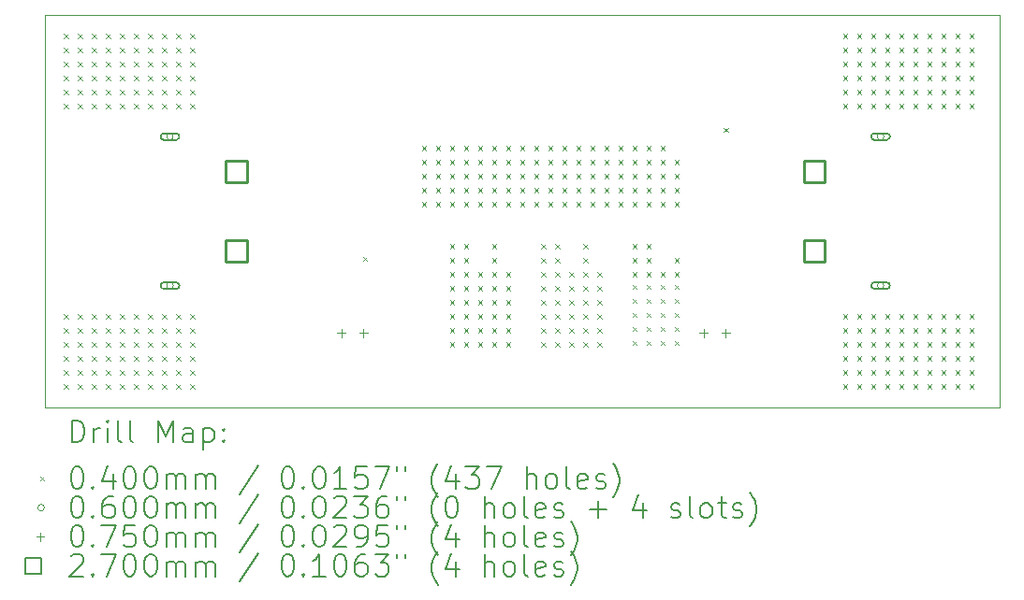
<source format=gbr>
%TF.GenerationSoftware,KiCad,Pcbnew,7.0.2*%
%TF.CreationDate,2023-07-12T23:30:24-04:00*%
%TF.ProjectId,Anti-Spark Switch,416e7469-2d53-4706-9172-6b2053776974,rev?*%
%TF.SameCoordinates,Original*%
%TF.FileFunction,Drillmap*%
%TF.FilePolarity,Positive*%
%FSLAX45Y45*%
G04 Gerber Fmt 4.5, Leading zero omitted, Abs format (unit mm)*
G04 Created by KiCad (PCBNEW 7.0.2) date 2023-07-12 23:30:24*
%MOMM*%
%LPD*%
G01*
G04 APERTURE LIST*
%ADD10C,0.100000*%
%ADD11C,0.200000*%
%ADD12C,0.040000*%
%ADD13C,0.060000*%
%ADD14C,0.075000*%
%ADD15C,0.270000*%
G04 APERTURE END LIST*
D10*
X10795000Y-8699500D02*
X19431000Y-8699500D01*
X19431000Y-12255500D01*
X10795000Y-12255500D01*
X10795000Y-8699500D01*
D11*
D12*
X10965500Y-8870000D02*
X11005500Y-8910000D01*
X11005500Y-8870000D02*
X10965500Y-8910000D01*
X10965500Y-8997000D02*
X11005500Y-9037000D01*
X11005500Y-8997000D02*
X10965500Y-9037000D01*
X10965500Y-9124000D02*
X11005500Y-9164000D01*
X11005500Y-9124000D02*
X10965500Y-9164000D01*
X10965500Y-9251000D02*
X11005500Y-9291000D01*
X11005500Y-9251000D02*
X10965500Y-9291000D01*
X10965500Y-9378000D02*
X11005500Y-9418000D01*
X11005500Y-9378000D02*
X10965500Y-9418000D01*
X10965500Y-9505000D02*
X11005500Y-9545000D01*
X11005500Y-9505000D02*
X10965500Y-9545000D01*
X10965500Y-11410000D02*
X11005500Y-11450000D01*
X11005500Y-11410000D02*
X10965500Y-11450000D01*
X10965500Y-11537000D02*
X11005500Y-11577000D01*
X11005500Y-11537000D02*
X10965500Y-11577000D01*
X10965500Y-11664000D02*
X11005500Y-11704000D01*
X11005500Y-11664000D02*
X10965500Y-11704000D01*
X10965500Y-11791000D02*
X11005500Y-11831000D01*
X11005500Y-11791000D02*
X10965500Y-11831000D01*
X10965500Y-11918000D02*
X11005500Y-11958000D01*
X11005500Y-11918000D02*
X10965500Y-11958000D01*
X10965500Y-12045000D02*
X11005500Y-12085000D01*
X11005500Y-12045000D02*
X10965500Y-12085000D01*
X11092500Y-8870000D02*
X11132500Y-8910000D01*
X11132500Y-8870000D02*
X11092500Y-8910000D01*
X11092500Y-8997000D02*
X11132500Y-9037000D01*
X11132500Y-8997000D02*
X11092500Y-9037000D01*
X11092500Y-9124000D02*
X11132500Y-9164000D01*
X11132500Y-9124000D02*
X11092500Y-9164000D01*
X11092500Y-9251000D02*
X11132500Y-9291000D01*
X11132500Y-9251000D02*
X11092500Y-9291000D01*
X11092500Y-9378000D02*
X11132500Y-9418000D01*
X11132500Y-9378000D02*
X11092500Y-9418000D01*
X11092500Y-9505000D02*
X11132500Y-9545000D01*
X11132500Y-9505000D02*
X11092500Y-9545000D01*
X11092500Y-11410000D02*
X11132500Y-11450000D01*
X11132500Y-11410000D02*
X11092500Y-11450000D01*
X11092500Y-11537000D02*
X11132500Y-11577000D01*
X11132500Y-11537000D02*
X11092500Y-11577000D01*
X11092500Y-11664000D02*
X11132500Y-11704000D01*
X11132500Y-11664000D02*
X11092500Y-11704000D01*
X11092500Y-11791000D02*
X11132500Y-11831000D01*
X11132500Y-11791000D02*
X11092500Y-11831000D01*
X11092500Y-11918000D02*
X11132500Y-11958000D01*
X11132500Y-11918000D02*
X11092500Y-11958000D01*
X11092500Y-12045000D02*
X11132500Y-12085000D01*
X11132500Y-12045000D02*
X11092500Y-12085000D01*
X11219500Y-8870000D02*
X11259500Y-8910000D01*
X11259500Y-8870000D02*
X11219500Y-8910000D01*
X11219500Y-8997000D02*
X11259500Y-9037000D01*
X11259500Y-8997000D02*
X11219500Y-9037000D01*
X11219500Y-9124000D02*
X11259500Y-9164000D01*
X11259500Y-9124000D02*
X11219500Y-9164000D01*
X11219500Y-9251000D02*
X11259500Y-9291000D01*
X11259500Y-9251000D02*
X11219500Y-9291000D01*
X11219500Y-9378000D02*
X11259500Y-9418000D01*
X11259500Y-9378000D02*
X11219500Y-9418000D01*
X11219500Y-9505000D02*
X11259500Y-9545000D01*
X11259500Y-9505000D02*
X11219500Y-9545000D01*
X11219500Y-11410000D02*
X11259500Y-11450000D01*
X11259500Y-11410000D02*
X11219500Y-11450000D01*
X11219500Y-11537000D02*
X11259500Y-11577000D01*
X11259500Y-11537000D02*
X11219500Y-11577000D01*
X11219500Y-11664000D02*
X11259500Y-11704000D01*
X11259500Y-11664000D02*
X11219500Y-11704000D01*
X11219500Y-11791000D02*
X11259500Y-11831000D01*
X11259500Y-11791000D02*
X11219500Y-11831000D01*
X11219500Y-11918000D02*
X11259500Y-11958000D01*
X11259500Y-11918000D02*
X11219500Y-11958000D01*
X11219500Y-12045000D02*
X11259500Y-12085000D01*
X11259500Y-12045000D02*
X11219500Y-12085000D01*
X11346500Y-8870000D02*
X11386500Y-8910000D01*
X11386500Y-8870000D02*
X11346500Y-8910000D01*
X11346500Y-8997000D02*
X11386500Y-9037000D01*
X11386500Y-8997000D02*
X11346500Y-9037000D01*
X11346500Y-9124000D02*
X11386500Y-9164000D01*
X11386500Y-9124000D02*
X11346500Y-9164000D01*
X11346500Y-9251000D02*
X11386500Y-9291000D01*
X11386500Y-9251000D02*
X11346500Y-9291000D01*
X11346500Y-9378000D02*
X11386500Y-9418000D01*
X11386500Y-9378000D02*
X11346500Y-9418000D01*
X11346500Y-9505000D02*
X11386500Y-9545000D01*
X11386500Y-9505000D02*
X11346500Y-9545000D01*
X11346500Y-11410000D02*
X11386500Y-11450000D01*
X11386500Y-11410000D02*
X11346500Y-11450000D01*
X11346500Y-11537000D02*
X11386500Y-11577000D01*
X11386500Y-11537000D02*
X11346500Y-11577000D01*
X11346500Y-11664000D02*
X11386500Y-11704000D01*
X11386500Y-11664000D02*
X11346500Y-11704000D01*
X11346500Y-11791000D02*
X11386500Y-11831000D01*
X11386500Y-11791000D02*
X11346500Y-11831000D01*
X11346500Y-11918000D02*
X11386500Y-11958000D01*
X11386500Y-11918000D02*
X11346500Y-11958000D01*
X11346500Y-12045000D02*
X11386500Y-12085000D01*
X11386500Y-12045000D02*
X11346500Y-12085000D01*
X11473500Y-8870000D02*
X11513500Y-8910000D01*
X11513500Y-8870000D02*
X11473500Y-8910000D01*
X11473500Y-8997000D02*
X11513500Y-9037000D01*
X11513500Y-8997000D02*
X11473500Y-9037000D01*
X11473500Y-9124000D02*
X11513500Y-9164000D01*
X11513500Y-9124000D02*
X11473500Y-9164000D01*
X11473500Y-9251000D02*
X11513500Y-9291000D01*
X11513500Y-9251000D02*
X11473500Y-9291000D01*
X11473500Y-9378000D02*
X11513500Y-9418000D01*
X11513500Y-9378000D02*
X11473500Y-9418000D01*
X11473500Y-9505000D02*
X11513500Y-9545000D01*
X11513500Y-9505000D02*
X11473500Y-9545000D01*
X11473500Y-11410000D02*
X11513500Y-11450000D01*
X11513500Y-11410000D02*
X11473500Y-11450000D01*
X11473500Y-11537000D02*
X11513500Y-11577000D01*
X11513500Y-11537000D02*
X11473500Y-11577000D01*
X11473500Y-11664000D02*
X11513500Y-11704000D01*
X11513500Y-11664000D02*
X11473500Y-11704000D01*
X11473500Y-11791000D02*
X11513500Y-11831000D01*
X11513500Y-11791000D02*
X11473500Y-11831000D01*
X11473500Y-11918000D02*
X11513500Y-11958000D01*
X11513500Y-11918000D02*
X11473500Y-11958000D01*
X11473500Y-12045000D02*
X11513500Y-12085000D01*
X11513500Y-12045000D02*
X11473500Y-12085000D01*
X11600500Y-8870000D02*
X11640500Y-8910000D01*
X11640500Y-8870000D02*
X11600500Y-8910000D01*
X11600500Y-8997000D02*
X11640500Y-9037000D01*
X11640500Y-8997000D02*
X11600500Y-9037000D01*
X11600500Y-9124000D02*
X11640500Y-9164000D01*
X11640500Y-9124000D02*
X11600500Y-9164000D01*
X11600500Y-9251000D02*
X11640500Y-9291000D01*
X11640500Y-9251000D02*
X11600500Y-9291000D01*
X11600500Y-9378000D02*
X11640500Y-9418000D01*
X11640500Y-9378000D02*
X11600500Y-9418000D01*
X11600500Y-9505000D02*
X11640500Y-9545000D01*
X11640500Y-9505000D02*
X11600500Y-9545000D01*
X11600500Y-11410000D02*
X11640500Y-11450000D01*
X11640500Y-11410000D02*
X11600500Y-11450000D01*
X11600500Y-11537000D02*
X11640500Y-11577000D01*
X11640500Y-11537000D02*
X11600500Y-11577000D01*
X11600500Y-11664000D02*
X11640500Y-11704000D01*
X11640500Y-11664000D02*
X11600500Y-11704000D01*
X11600500Y-11791000D02*
X11640500Y-11831000D01*
X11640500Y-11791000D02*
X11600500Y-11831000D01*
X11600500Y-11918000D02*
X11640500Y-11958000D01*
X11640500Y-11918000D02*
X11600500Y-11958000D01*
X11600500Y-12045000D02*
X11640500Y-12085000D01*
X11640500Y-12045000D02*
X11600500Y-12085000D01*
X11727500Y-8870000D02*
X11767500Y-8910000D01*
X11767500Y-8870000D02*
X11727500Y-8910000D01*
X11727500Y-8997000D02*
X11767500Y-9037000D01*
X11767500Y-8997000D02*
X11727500Y-9037000D01*
X11727500Y-9124000D02*
X11767500Y-9164000D01*
X11767500Y-9124000D02*
X11727500Y-9164000D01*
X11727500Y-9251000D02*
X11767500Y-9291000D01*
X11767500Y-9251000D02*
X11727500Y-9291000D01*
X11727500Y-9378000D02*
X11767500Y-9418000D01*
X11767500Y-9378000D02*
X11727500Y-9418000D01*
X11727500Y-9505000D02*
X11767500Y-9545000D01*
X11767500Y-9505000D02*
X11727500Y-9545000D01*
X11727500Y-11410000D02*
X11767500Y-11450000D01*
X11767500Y-11410000D02*
X11727500Y-11450000D01*
X11727500Y-11537000D02*
X11767500Y-11577000D01*
X11767500Y-11537000D02*
X11727500Y-11577000D01*
X11727500Y-11664000D02*
X11767500Y-11704000D01*
X11767500Y-11664000D02*
X11727500Y-11704000D01*
X11727500Y-11791000D02*
X11767500Y-11831000D01*
X11767500Y-11791000D02*
X11727500Y-11831000D01*
X11727500Y-11918000D02*
X11767500Y-11958000D01*
X11767500Y-11918000D02*
X11727500Y-11958000D01*
X11727500Y-12045000D02*
X11767500Y-12085000D01*
X11767500Y-12045000D02*
X11727500Y-12085000D01*
X11854500Y-8870000D02*
X11894500Y-8910000D01*
X11894500Y-8870000D02*
X11854500Y-8910000D01*
X11854500Y-8997000D02*
X11894500Y-9037000D01*
X11894500Y-8997000D02*
X11854500Y-9037000D01*
X11854500Y-9124000D02*
X11894500Y-9164000D01*
X11894500Y-9124000D02*
X11854500Y-9164000D01*
X11854500Y-9251000D02*
X11894500Y-9291000D01*
X11894500Y-9251000D02*
X11854500Y-9291000D01*
X11854500Y-9378000D02*
X11894500Y-9418000D01*
X11894500Y-9378000D02*
X11854500Y-9418000D01*
X11854500Y-9505000D02*
X11894500Y-9545000D01*
X11894500Y-9505000D02*
X11854500Y-9545000D01*
X11854500Y-11410000D02*
X11894500Y-11450000D01*
X11894500Y-11410000D02*
X11854500Y-11450000D01*
X11854500Y-11537000D02*
X11894500Y-11577000D01*
X11894500Y-11537000D02*
X11854500Y-11577000D01*
X11854500Y-11664000D02*
X11894500Y-11704000D01*
X11894500Y-11664000D02*
X11854500Y-11704000D01*
X11854500Y-11791000D02*
X11894500Y-11831000D01*
X11894500Y-11791000D02*
X11854500Y-11831000D01*
X11854500Y-11918000D02*
X11894500Y-11958000D01*
X11894500Y-11918000D02*
X11854500Y-11958000D01*
X11854500Y-12045000D02*
X11894500Y-12085000D01*
X11894500Y-12045000D02*
X11854500Y-12085000D01*
X11981500Y-8870000D02*
X12021500Y-8910000D01*
X12021500Y-8870000D02*
X11981500Y-8910000D01*
X11981500Y-8997000D02*
X12021500Y-9037000D01*
X12021500Y-8997000D02*
X11981500Y-9037000D01*
X11981500Y-9124000D02*
X12021500Y-9164000D01*
X12021500Y-9124000D02*
X11981500Y-9164000D01*
X11981500Y-9251000D02*
X12021500Y-9291000D01*
X12021500Y-9251000D02*
X11981500Y-9291000D01*
X11981500Y-9378000D02*
X12021500Y-9418000D01*
X12021500Y-9378000D02*
X11981500Y-9418000D01*
X11981500Y-9505000D02*
X12021500Y-9545000D01*
X12021500Y-9505000D02*
X11981500Y-9545000D01*
X11981500Y-11410000D02*
X12021500Y-11450000D01*
X12021500Y-11410000D02*
X11981500Y-11450000D01*
X11981500Y-11537000D02*
X12021500Y-11577000D01*
X12021500Y-11537000D02*
X11981500Y-11577000D01*
X11981500Y-11664000D02*
X12021500Y-11704000D01*
X12021500Y-11664000D02*
X11981500Y-11704000D01*
X11981500Y-11791000D02*
X12021500Y-11831000D01*
X12021500Y-11791000D02*
X11981500Y-11831000D01*
X11981500Y-11918000D02*
X12021500Y-11958000D01*
X12021500Y-11918000D02*
X11981500Y-11958000D01*
X11981500Y-12045000D02*
X12021500Y-12085000D01*
X12021500Y-12045000D02*
X11981500Y-12085000D01*
X12108500Y-8870000D02*
X12148500Y-8910000D01*
X12148500Y-8870000D02*
X12108500Y-8910000D01*
X12108500Y-8997000D02*
X12148500Y-9037000D01*
X12148500Y-8997000D02*
X12108500Y-9037000D01*
X12108500Y-9124000D02*
X12148500Y-9164000D01*
X12148500Y-9124000D02*
X12108500Y-9164000D01*
X12108500Y-9251000D02*
X12148500Y-9291000D01*
X12148500Y-9251000D02*
X12108500Y-9291000D01*
X12108500Y-9378000D02*
X12148500Y-9418000D01*
X12148500Y-9378000D02*
X12108500Y-9418000D01*
X12108500Y-9505000D02*
X12148500Y-9545000D01*
X12148500Y-9505000D02*
X12108500Y-9545000D01*
X12108500Y-11410000D02*
X12148500Y-11450000D01*
X12148500Y-11410000D02*
X12108500Y-11450000D01*
X12108500Y-11537000D02*
X12148500Y-11577000D01*
X12148500Y-11537000D02*
X12108500Y-11577000D01*
X12108500Y-11664000D02*
X12148500Y-11704000D01*
X12148500Y-11664000D02*
X12108500Y-11704000D01*
X12108500Y-11791000D02*
X12148500Y-11831000D01*
X12148500Y-11791000D02*
X12108500Y-11831000D01*
X12108500Y-11918000D02*
X12148500Y-11958000D01*
X12148500Y-11918000D02*
X12108500Y-11958000D01*
X12108500Y-12045000D02*
X12148500Y-12085000D01*
X12148500Y-12045000D02*
X12108500Y-12085000D01*
X13670600Y-10889300D02*
X13710600Y-10929300D01*
X13710600Y-10889300D02*
X13670600Y-10929300D01*
X14204000Y-9886000D02*
X14244000Y-9926000D01*
X14244000Y-9886000D02*
X14204000Y-9926000D01*
X14204000Y-10013000D02*
X14244000Y-10053000D01*
X14244000Y-10013000D02*
X14204000Y-10053000D01*
X14204000Y-10140000D02*
X14244000Y-10180000D01*
X14244000Y-10140000D02*
X14204000Y-10180000D01*
X14204000Y-10267000D02*
X14244000Y-10307000D01*
X14244000Y-10267000D02*
X14204000Y-10307000D01*
X14204000Y-10394000D02*
X14244000Y-10434000D01*
X14244000Y-10394000D02*
X14204000Y-10434000D01*
X14331000Y-9886000D02*
X14371000Y-9926000D01*
X14371000Y-9886000D02*
X14331000Y-9926000D01*
X14331000Y-10013000D02*
X14371000Y-10053000D01*
X14371000Y-10013000D02*
X14331000Y-10053000D01*
X14331000Y-10140000D02*
X14371000Y-10180000D01*
X14371000Y-10140000D02*
X14331000Y-10180000D01*
X14331000Y-10267000D02*
X14371000Y-10307000D01*
X14371000Y-10267000D02*
X14331000Y-10307000D01*
X14331000Y-10394000D02*
X14371000Y-10434000D01*
X14371000Y-10394000D02*
X14331000Y-10434000D01*
X14458000Y-9886000D02*
X14498000Y-9926000D01*
X14498000Y-9886000D02*
X14458000Y-9926000D01*
X14458000Y-10013000D02*
X14498000Y-10053000D01*
X14498000Y-10013000D02*
X14458000Y-10053000D01*
X14458000Y-10140000D02*
X14498000Y-10180000D01*
X14498000Y-10140000D02*
X14458000Y-10180000D01*
X14458000Y-10267000D02*
X14498000Y-10307000D01*
X14498000Y-10267000D02*
X14458000Y-10307000D01*
X14458000Y-10394000D02*
X14498000Y-10434000D01*
X14498000Y-10394000D02*
X14458000Y-10434000D01*
X14458000Y-10775000D02*
X14498000Y-10815000D01*
X14498000Y-10775000D02*
X14458000Y-10815000D01*
X14458000Y-10902000D02*
X14498000Y-10942000D01*
X14498000Y-10902000D02*
X14458000Y-10942000D01*
X14458000Y-11029000D02*
X14498000Y-11069000D01*
X14498000Y-11029000D02*
X14458000Y-11069000D01*
X14458000Y-11156000D02*
X14498000Y-11196000D01*
X14498000Y-11156000D02*
X14458000Y-11196000D01*
X14458000Y-11283000D02*
X14498000Y-11323000D01*
X14498000Y-11283000D02*
X14458000Y-11323000D01*
X14458000Y-11410000D02*
X14498000Y-11450000D01*
X14498000Y-11410000D02*
X14458000Y-11450000D01*
X14458000Y-11537000D02*
X14498000Y-11577000D01*
X14498000Y-11537000D02*
X14458000Y-11577000D01*
X14458000Y-11664000D02*
X14498000Y-11704000D01*
X14498000Y-11664000D02*
X14458000Y-11704000D01*
X14585000Y-9886000D02*
X14625000Y-9926000D01*
X14625000Y-9886000D02*
X14585000Y-9926000D01*
X14585000Y-10013000D02*
X14625000Y-10053000D01*
X14625000Y-10013000D02*
X14585000Y-10053000D01*
X14585000Y-10140000D02*
X14625000Y-10180000D01*
X14625000Y-10140000D02*
X14585000Y-10180000D01*
X14585000Y-10267000D02*
X14625000Y-10307000D01*
X14625000Y-10267000D02*
X14585000Y-10307000D01*
X14585000Y-10394000D02*
X14625000Y-10434000D01*
X14625000Y-10394000D02*
X14585000Y-10434000D01*
X14585000Y-10775000D02*
X14625000Y-10815000D01*
X14625000Y-10775000D02*
X14585000Y-10815000D01*
X14585000Y-10902000D02*
X14625000Y-10942000D01*
X14625000Y-10902000D02*
X14585000Y-10942000D01*
X14585000Y-11029000D02*
X14625000Y-11069000D01*
X14625000Y-11029000D02*
X14585000Y-11069000D01*
X14585000Y-11156000D02*
X14625000Y-11196000D01*
X14625000Y-11156000D02*
X14585000Y-11196000D01*
X14585000Y-11283000D02*
X14625000Y-11323000D01*
X14625000Y-11283000D02*
X14585000Y-11323000D01*
X14585000Y-11410000D02*
X14625000Y-11450000D01*
X14625000Y-11410000D02*
X14585000Y-11450000D01*
X14585000Y-11537000D02*
X14625000Y-11577000D01*
X14625000Y-11537000D02*
X14585000Y-11577000D01*
X14585000Y-11664000D02*
X14625000Y-11704000D01*
X14625000Y-11664000D02*
X14585000Y-11704000D01*
X14712000Y-9886000D02*
X14752000Y-9926000D01*
X14752000Y-9886000D02*
X14712000Y-9926000D01*
X14712000Y-10013000D02*
X14752000Y-10053000D01*
X14752000Y-10013000D02*
X14712000Y-10053000D01*
X14712000Y-10140000D02*
X14752000Y-10180000D01*
X14752000Y-10140000D02*
X14712000Y-10180000D01*
X14712000Y-10267000D02*
X14752000Y-10307000D01*
X14752000Y-10267000D02*
X14712000Y-10307000D01*
X14712000Y-10394000D02*
X14752000Y-10434000D01*
X14752000Y-10394000D02*
X14712000Y-10434000D01*
X14712000Y-11029000D02*
X14752000Y-11069000D01*
X14752000Y-11029000D02*
X14712000Y-11069000D01*
X14712000Y-11156000D02*
X14752000Y-11196000D01*
X14752000Y-11156000D02*
X14712000Y-11196000D01*
X14712000Y-11283000D02*
X14752000Y-11323000D01*
X14752000Y-11283000D02*
X14712000Y-11323000D01*
X14712000Y-11410000D02*
X14752000Y-11450000D01*
X14752000Y-11410000D02*
X14712000Y-11450000D01*
X14712000Y-11537000D02*
X14752000Y-11577000D01*
X14752000Y-11537000D02*
X14712000Y-11577000D01*
X14712000Y-11664000D02*
X14752000Y-11704000D01*
X14752000Y-11664000D02*
X14712000Y-11704000D01*
X14839000Y-9886000D02*
X14879000Y-9926000D01*
X14879000Y-9886000D02*
X14839000Y-9926000D01*
X14839000Y-10013000D02*
X14879000Y-10053000D01*
X14879000Y-10013000D02*
X14839000Y-10053000D01*
X14839000Y-10140000D02*
X14879000Y-10180000D01*
X14879000Y-10140000D02*
X14839000Y-10180000D01*
X14839000Y-10267000D02*
X14879000Y-10307000D01*
X14879000Y-10267000D02*
X14839000Y-10307000D01*
X14839000Y-10394000D02*
X14879000Y-10434000D01*
X14879000Y-10394000D02*
X14839000Y-10434000D01*
X14839000Y-10775000D02*
X14879000Y-10815000D01*
X14879000Y-10775000D02*
X14839000Y-10815000D01*
X14839000Y-10902000D02*
X14879000Y-10942000D01*
X14879000Y-10902000D02*
X14839000Y-10942000D01*
X14839000Y-11029000D02*
X14879000Y-11069000D01*
X14879000Y-11029000D02*
X14839000Y-11069000D01*
X14839000Y-11156000D02*
X14879000Y-11196000D01*
X14879000Y-11156000D02*
X14839000Y-11196000D01*
X14839000Y-11283000D02*
X14879000Y-11323000D01*
X14879000Y-11283000D02*
X14839000Y-11323000D01*
X14839000Y-11410000D02*
X14879000Y-11450000D01*
X14879000Y-11410000D02*
X14839000Y-11450000D01*
X14839000Y-11537000D02*
X14879000Y-11577000D01*
X14879000Y-11537000D02*
X14839000Y-11577000D01*
X14839000Y-11664000D02*
X14879000Y-11704000D01*
X14879000Y-11664000D02*
X14839000Y-11704000D01*
X14966000Y-9886000D02*
X15006000Y-9926000D01*
X15006000Y-9886000D02*
X14966000Y-9926000D01*
X14966000Y-10013000D02*
X15006000Y-10053000D01*
X15006000Y-10013000D02*
X14966000Y-10053000D01*
X14966000Y-10140000D02*
X15006000Y-10180000D01*
X15006000Y-10140000D02*
X14966000Y-10180000D01*
X14966000Y-10267000D02*
X15006000Y-10307000D01*
X15006000Y-10267000D02*
X14966000Y-10307000D01*
X14966000Y-10394000D02*
X15006000Y-10434000D01*
X15006000Y-10394000D02*
X14966000Y-10434000D01*
X14966000Y-11029000D02*
X15006000Y-11069000D01*
X15006000Y-11029000D02*
X14966000Y-11069000D01*
X14966000Y-11156000D02*
X15006000Y-11196000D01*
X15006000Y-11156000D02*
X14966000Y-11196000D01*
X14966000Y-11283000D02*
X15006000Y-11323000D01*
X15006000Y-11283000D02*
X14966000Y-11323000D01*
X14966000Y-11410000D02*
X15006000Y-11450000D01*
X15006000Y-11410000D02*
X14966000Y-11450000D01*
X14966000Y-11537000D02*
X15006000Y-11577000D01*
X15006000Y-11537000D02*
X14966000Y-11577000D01*
X14966000Y-11664000D02*
X15006000Y-11704000D01*
X15006000Y-11664000D02*
X14966000Y-11704000D01*
X15093000Y-9886000D02*
X15133000Y-9926000D01*
X15133000Y-9886000D02*
X15093000Y-9926000D01*
X15093000Y-10013000D02*
X15133000Y-10053000D01*
X15133000Y-10013000D02*
X15093000Y-10053000D01*
X15093000Y-10140000D02*
X15133000Y-10180000D01*
X15133000Y-10140000D02*
X15093000Y-10180000D01*
X15093000Y-10267000D02*
X15133000Y-10307000D01*
X15133000Y-10267000D02*
X15093000Y-10307000D01*
X15093000Y-10394000D02*
X15133000Y-10434000D01*
X15133000Y-10394000D02*
X15093000Y-10434000D01*
X15220000Y-9886000D02*
X15260000Y-9926000D01*
X15260000Y-9886000D02*
X15220000Y-9926000D01*
X15220000Y-10013000D02*
X15260000Y-10053000D01*
X15260000Y-10013000D02*
X15220000Y-10053000D01*
X15220000Y-10140000D02*
X15260000Y-10180000D01*
X15260000Y-10140000D02*
X15220000Y-10180000D01*
X15220000Y-10267000D02*
X15260000Y-10307000D01*
X15260000Y-10267000D02*
X15220000Y-10307000D01*
X15220000Y-10394000D02*
X15260000Y-10434000D01*
X15260000Y-10394000D02*
X15220000Y-10434000D01*
X15283500Y-10775000D02*
X15323500Y-10815000D01*
X15323500Y-10775000D02*
X15283500Y-10815000D01*
X15283500Y-10902000D02*
X15323500Y-10942000D01*
X15323500Y-10902000D02*
X15283500Y-10942000D01*
X15283500Y-11029000D02*
X15323500Y-11069000D01*
X15323500Y-11029000D02*
X15283500Y-11069000D01*
X15283500Y-11156000D02*
X15323500Y-11196000D01*
X15323500Y-11156000D02*
X15283500Y-11196000D01*
X15283500Y-11283000D02*
X15323500Y-11323000D01*
X15323500Y-11283000D02*
X15283500Y-11323000D01*
X15283500Y-11410000D02*
X15323500Y-11450000D01*
X15323500Y-11410000D02*
X15283500Y-11450000D01*
X15283500Y-11537000D02*
X15323500Y-11577000D01*
X15323500Y-11537000D02*
X15283500Y-11577000D01*
X15283500Y-11664000D02*
X15323500Y-11704000D01*
X15323500Y-11664000D02*
X15283500Y-11704000D01*
X15347000Y-9886000D02*
X15387000Y-9926000D01*
X15387000Y-9886000D02*
X15347000Y-9926000D01*
X15347000Y-10013000D02*
X15387000Y-10053000D01*
X15387000Y-10013000D02*
X15347000Y-10053000D01*
X15347000Y-10140000D02*
X15387000Y-10180000D01*
X15387000Y-10140000D02*
X15347000Y-10180000D01*
X15347000Y-10267000D02*
X15387000Y-10307000D01*
X15387000Y-10267000D02*
X15347000Y-10307000D01*
X15347000Y-10394000D02*
X15387000Y-10434000D01*
X15387000Y-10394000D02*
X15347000Y-10434000D01*
X15410500Y-10775000D02*
X15450500Y-10815000D01*
X15450500Y-10775000D02*
X15410500Y-10815000D01*
X15410500Y-10902000D02*
X15450500Y-10942000D01*
X15450500Y-10902000D02*
X15410500Y-10942000D01*
X15410500Y-11029000D02*
X15450500Y-11069000D01*
X15450500Y-11029000D02*
X15410500Y-11069000D01*
X15410500Y-11156000D02*
X15450500Y-11196000D01*
X15450500Y-11156000D02*
X15410500Y-11196000D01*
X15410500Y-11283000D02*
X15450500Y-11323000D01*
X15450500Y-11283000D02*
X15410500Y-11323000D01*
X15410500Y-11410000D02*
X15450500Y-11450000D01*
X15450500Y-11410000D02*
X15410500Y-11450000D01*
X15410500Y-11537000D02*
X15450500Y-11577000D01*
X15450500Y-11537000D02*
X15410500Y-11577000D01*
X15410500Y-11664000D02*
X15450500Y-11704000D01*
X15450500Y-11664000D02*
X15410500Y-11704000D01*
X15474000Y-9886000D02*
X15514000Y-9926000D01*
X15514000Y-9886000D02*
X15474000Y-9926000D01*
X15474000Y-10013000D02*
X15514000Y-10053000D01*
X15514000Y-10013000D02*
X15474000Y-10053000D01*
X15474000Y-10140000D02*
X15514000Y-10180000D01*
X15514000Y-10140000D02*
X15474000Y-10180000D01*
X15474000Y-10267000D02*
X15514000Y-10307000D01*
X15514000Y-10267000D02*
X15474000Y-10307000D01*
X15474000Y-10394000D02*
X15514000Y-10434000D01*
X15514000Y-10394000D02*
X15474000Y-10434000D01*
X15537500Y-11029000D02*
X15577500Y-11069000D01*
X15577500Y-11029000D02*
X15537500Y-11069000D01*
X15537500Y-11156000D02*
X15577500Y-11196000D01*
X15577500Y-11156000D02*
X15537500Y-11196000D01*
X15537500Y-11283000D02*
X15577500Y-11323000D01*
X15577500Y-11283000D02*
X15537500Y-11323000D01*
X15537500Y-11410000D02*
X15577500Y-11450000D01*
X15577500Y-11410000D02*
X15537500Y-11450000D01*
X15537500Y-11537000D02*
X15577500Y-11577000D01*
X15577500Y-11537000D02*
X15537500Y-11577000D01*
X15537500Y-11664000D02*
X15577500Y-11704000D01*
X15577500Y-11664000D02*
X15537500Y-11704000D01*
X15601000Y-9886000D02*
X15641000Y-9926000D01*
X15641000Y-9886000D02*
X15601000Y-9926000D01*
X15601000Y-10013000D02*
X15641000Y-10053000D01*
X15641000Y-10013000D02*
X15601000Y-10053000D01*
X15601000Y-10140000D02*
X15641000Y-10180000D01*
X15641000Y-10140000D02*
X15601000Y-10180000D01*
X15601000Y-10267000D02*
X15641000Y-10307000D01*
X15641000Y-10267000D02*
X15601000Y-10307000D01*
X15601000Y-10394000D02*
X15641000Y-10434000D01*
X15641000Y-10394000D02*
X15601000Y-10434000D01*
X15664500Y-10775000D02*
X15704500Y-10815000D01*
X15704500Y-10775000D02*
X15664500Y-10815000D01*
X15664500Y-10902000D02*
X15704500Y-10942000D01*
X15704500Y-10902000D02*
X15664500Y-10942000D01*
X15664500Y-11029000D02*
X15704500Y-11069000D01*
X15704500Y-11029000D02*
X15664500Y-11069000D01*
X15664500Y-11156000D02*
X15704500Y-11196000D01*
X15704500Y-11156000D02*
X15664500Y-11196000D01*
X15664500Y-11283000D02*
X15704500Y-11323000D01*
X15704500Y-11283000D02*
X15664500Y-11323000D01*
X15664500Y-11410000D02*
X15704500Y-11450000D01*
X15704500Y-11410000D02*
X15664500Y-11450000D01*
X15664500Y-11537000D02*
X15704500Y-11577000D01*
X15704500Y-11537000D02*
X15664500Y-11577000D01*
X15664500Y-11664000D02*
X15704500Y-11704000D01*
X15704500Y-11664000D02*
X15664500Y-11704000D01*
X15728000Y-9886000D02*
X15768000Y-9926000D01*
X15768000Y-9886000D02*
X15728000Y-9926000D01*
X15728000Y-10013000D02*
X15768000Y-10053000D01*
X15768000Y-10013000D02*
X15728000Y-10053000D01*
X15728000Y-10140000D02*
X15768000Y-10180000D01*
X15768000Y-10140000D02*
X15728000Y-10180000D01*
X15728000Y-10267000D02*
X15768000Y-10307000D01*
X15768000Y-10267000D02*
X15728000Y-10307000D01*
X15728000Y-10394000D02*
X15768000Y-10434000D01*
X15768000Y-10394000D02*
X15728000Y-10434000D01*
X15791500Y-11029000D02*
X15831500Y-11069000D01*
X15831500Y-11029000D02*
X15791500Y-11069000D01*
X15791500Y-11156000D02*
X15831500Y-11196000D01*
X15831500Y-11156000D02*
X15791500Y-11196000D01*
X15791500Y-11283000D02*
X15831500Y-11323000D01*
X15831500Y-11283000D02*
X15791500Y-11323000D01*
X15791500Y-11410000D02*
X15831500Y-11450000D01*
X15831500Y-11410000D02*
X15791500Y-11450000D01*
X15791500Y-11537000D02*
X15831500Y-11577000D01*
X15831500Y-11537000D02*
X15791500Y-11577000D01*
X15791500Y-11664000D02*
X15831500Y-11704000D01*
X15831500Y-11664000D02*
X15791500Y-11704000D01*
X15855000Y-9886000D02*
X15895000Y-9926000D01*
X15895000Y-9886000D02*
X15855000Y-9926000D01*
X15855000Y-10013000D02*
X15895000Y-10053000D01*
X15895000Y-10013000D02*
X15855000Y-10053000D01*
X15855000Y-10140000D02*
X15895000Y-10180000D01*
X15895000Y-10140000D02*
X15855000Y-10180000D01*
X15855000Y-10267000D02*
X15895000Y-10307000D01*
X15895000Y-10267000D02*
X15855000Y-10307000D01*
X15855000Y-10394000D02*
X15895000Y-10434000D01*
X15895000Y-10394000D02*
X15855000Y-10434000D01*
X15982000Y-9886000D02*
X16022000Y-9926000D01*
X16022000Y-9886000D02*
X15982000Y-9926000D01*
X15982000Y-10013000D02*
X16022000Y-10053000D01*
X16022000Y-10013000D02*
X15982000Y-10053000D01*
X15982000Y-10140000D02*
X16022000Y-10180000D01*
X16022000Y-10140000D02*
X15982000Y-10180000D01*
X15982000Y-10267000D02*
X16022000Y-10307000D01*
X16022000Y-10267000D02*
X15982000Y-10307000D01*
X15982000Y-10394000D02*
X16022000Y-10434000D01*
X16022000Y-10394000D02*
X15982000Y-10434000D01*
X16109000Y-9886000D02*
X16149000Y-9926000D01*
X16149000Y-9886000D02*
X16109000Y-9926000D01*
X16109000Y-10013000D02*
X16149000Y-10053000D01*
X16149000Y-10013000D02*
X16109000Y-10053000D01*
X16109000Y-10140000D02*
X16149000Y-10180000D01*
X16149000Y-10140000D02*
X16109000Y-10180000D01*
X16109000Y-10267000D02*
X16149000Y-10307000D01*
X16149000Y-10267000D02*
X16109000Y-10307000D01*
X16109000Y-10394000D02*
X16149000Y-10434000D01*
X16149000Y-10394000D02*
X16109000Y-10434000D01*
X16109000Y-10775000D02*
X16149000Y-10815000D01*
X16149000Y-10775000D02*
X16109000Y-10815000D01*
X16109000Y-10902000D02*
X16149000Y-10942000D01*
X16149000Y-10902000D02*
X16109000Y-10942000D01*
X16109000Y-11029000D02*
X16149000Y-11069000D01*
X16149000Y-11029000D02*
X16109000Y-11069000D01*
X16109000Y-11143300D02*
X16149000Y-11183300D01*
X16149000Y-11143300D02*
X16109000Y-11183300D01*
X16109000Y-11270300D02*
X16149000Y-11310300D01*
X16149000Y-11270300D02*
X16109000Y-11310300D01*
X16109000Y-11397300D02*
X16149000Y-11437300D01*
X16149000Y-11397300D02*
X16109000Y-11437300D01*
X16109000Y-11524300D02*
X16149000Y-11564300D01*
X16149000Y-11524300D02*
X16109000Y-11564300D01*
X16109000Y-11651300D02*
X16149000Y-11691300D01*
X16149000Y-11651300D02*
X16109000Y-11691300D01*
X16236000Y-9886000D02*
X16276000Y-9926000D01*
X16276000Y-9886000D02*
X16236000Y-9926000D01*
X16236000Y-10013000D02*
X16276000Y-10053000D01*
X16276000Y-10013000D02*
X16236000Y-10053000D01*
X16236000Y-10140000D02*
X16276000Y-10180000D01*
X16276000Y-10140000D02*
X16236000Y-10180000D01*
X16236000Y-10267000D02*
X16276000Y-10307000D01*
X16276000Y-10267000D02*
X16236000Y-10307000D01*
X16236000Y-10394000D02*
X16276000Y-10434000D01*
X16276000Y-10394000D02*
X16236000Y-10434000D01*
X16236000Y-10775000D02*
X16276000Y-10815000D01*
X16276000Y-10775000D02*
X16236000Y-10815000D01*
X16236000Y-10902000D02*
X16276000Y-10942000D01*
X16276000Y-10902000D02*
X16236000Y-10942000D01*
X16236000Y-11029000D02*
X16276000Y-11069000D01*
X16276000Y-11029000D02*
X16236000Y-11069000D01*
X16236000Y-11143300D02*
X16276000Y-11183300D01*
X16276000Y-11143300D02*
X16236000Y-11183300D01*
X16236000Y-11270300D02*
X16276000Y-11310300D01*
X16276000Y-11270300D02*
X16236000Y-11310300D01*
X16236000Y-11397300D02*
X16276000Y-11437300D01*
X16276000Y-11397300D02*
X16236000Y-11437300D01*
X16236000Y-11524300D02*
X16276000Y-11564300D01*
X16276000Y-11524300D02*
X16236000Y-11564300D01*
X16236000Y-11651300D02*
X16276000Y-11691300D01*
X16276000Y-11651300D02*
X16236000Y-11691300D01*
X16363000Y-9886000D02*
X16403000Y-9926000D01*
X16403000Y-9886000D02*
X16363000Y-9926000D01*
X16363000Y-10013000D02*
X16403000Y-10053000D01*
X16403000Y-10013000D02*
X16363000Y-10053000D01*
X16363000Y-10140000D02*
X16403000Y-10180000D01*
X16403000Y-10140000D02*
X16363000Y-10180000D01*
X16363000Y-10267000D02*
X16403000Y-10307000D01*
X16403000Y-10267000D02*
X16363000Y-10307000D01*
X16363000Y-10394000D02*
X16403000Y-10434000D01*
X16403000Y-10394000D02*
X16363000Y-10434000D01*
X16363000Y-11029000D02*
X16403000Y-11069000D01*
X16403000Y-11029000D02*
X16363000Y-11069000D01*
X16363000Y-11143300D02*
X16403000Y-11183300D01*
X16403000Y-11143300D02*
X16363000Y-11183300D01*
X16363000Y-11270300D02*
X16403000Y-11310300D01*
X16403000Y-11270300D02*
X16363000Y-11310300D01*
X16363000Y-11397300D02*
X16403000Y-11437300D01*
X16403000Y-11397300D02*
X16363000Y-11437300D01*
X16363000Y-11524300D02*
X16403000Y-11564300D01*
X16403000Y-11524300D02*
X16363000Y-11564300D01*
X16363000Y-11651300D02*
X16403000Y-11691300D01*
X16403000Y-11651300D02*
X16363000Y-11691300D01*
X16490000Y-10013000D02*
X16530000Y-10053000D01*
X16530000Y-10013000D02*
X16490000Y-10053000D01*
X16490000Y-10140000D02*
X16530000Y-10180000D01*
X16530000Y-10140000D02*
X16490000Y-10180000D01*
X16490000Y-10267000D02*
X16530000Y-10307000D01*
X16530000Y-10267000D02*
X16490000Y-10307000D01*
X16490000Y-10394000D02*
X16530000Y-10434000D01*
X16530000Y-10394000D02*
X16490000Y-10434000D01*
X16490000Y-10902000D02*
X16530000Y-10942000D01*
X16530000Y-10902000D02*
X16490000Y-10942000D01*
X16490000Y-11029000D02*
X16530000Y-11069000D01*
X16530000Y-11029000D02*
X16490000Y-11069000D01*
X16490000Y-11143300D02*
X16530000Y-11183300D01*
X16530000Y-11143300D02*
X16490000Y-11183300D01*
X16490000Y-11270300D02*
X16530000Y-11310300D01*
X16530000Y-11270300D02*
X16490000Y-11310300D01*
X16490000Y-11397300D02*
X16530000Y-11437300D01*
X16530000Y-11397300D02*
X16490000Y-11437300D01*
X16490000Y-11524300D02*
X16530000Y-11564300D01*
X16530000Y-11524300D02*
X16490000Y-11564300D01*
X16490000Y-11651300D02*
X16530000Y-11691300D01*
X16530000Y-11651300D02*
X16490000Y-11691300D01*
X16934500Y-9721100D02*
X16974500Y-9761100D01*
X16974500Y-9721100D02*
X16934500Y-9761100D01*
X18014000Y-8870000D02*
X18054000Y-8910000D01*
X18054000Y-8870000D02*
X18014000Y-8910000D01*
X18014000Y-8997000D02*
X18054000Y-9037000D01*
X18054000Y-8997000D02*
X18014000Y-9037000D01*
X18014000Y-9124000D02*
X18054000Y-9164000D01*
X18054000Y-9124000D02*
X18014000Y-9164000D01*
X18014000Y-9251000D02*
X18054000Y-9291000D01*
X18054000Y-9251000D02*
X18014000Y-9291000D01*
X18014000Y-9378000D02*
X18054000Y-9418000D01*
X18054000Y-9378000D02*
X18014000Y-9418000D01*
X18014000Y-9505000D02*
X18054000Y-9545000D01*
X18054000Y-9505000D02*
X18014000Y-9545000D01*
X18014000Y-11410000D02*
X18054000Y-11450000D01*
X18054000Y-11410000D02*
X18014000Y-11450000D01*
X18014000Y-11537000D02*
X18054000Y-11577000D01*
X18054000Y-11537000D02*
X18014000Y-11577000D01*
X18014000Y-11664000D02*
X18054000Y-11704000D01*
X18054000Y-11664000D02*
X18014000Y-11704000D01*
X18014000Y-11791000D02*
X18054000Y-11831000D01*
X18054000Y-11791000D02*
X18014000Y-11831000D01*
X18014000Y-11918000D02*
X18054000Y-11958000D01*
X18054000Y-11918000D02*
X18014000Y-11958000D01*
X18014000Y-12045000D02*
X18054000Y-12085000D01*
X18054000Y-12045000D02*
X18014000Y-12085000D01*
X18141000Y-8870000D02*
X18181000Y-8910000D01*
X18181000Y-8870000D02*
X18141000Y-8910000D01*
X18141000Y-8997000D02*
X18181000Y-9037000D01*
X18181000Y-8997000D02*
X18141000Y-9037000D01*
X18141000Y-9124000D02*
X18181000Y-9164000D01*
X18181000Y-9124000D02*
X18141000Y-9164000D01*
X18141000Y-9251000D02*
X18181000Y-9291000D01*
X18181000Y-9251000D02*
X18141000Y-9291000D01*
X18141000Y-9378000D02*
X18181000Y-9418000D01*
X18181000Y-9378000D02*
X18141000Y-9418000D01*
X18141000Y-9505000D02*
X18181000Y-9545000D01*
X18181000Y-9505000D02*
X18141000Y-9545000D01*
X18141000Y-11410000D02*
X18181000Y-11450000D01*
X18181000Y-11410000D02*
X18141000Y-11450000D01*
X18141000Y-11537000D02*
X18181000Y-11577000D01*
X18181000Y-11537000D02*
X18141000Y-11577000D01*
X18141000Y-11664000D02*
X18181000Y-11704000D01*
X18181000Y-11664000D02*
X18141000Y-11704000D01*
X18141000Y-11791000D02*
X18181000Y-11831000D01*
X18181000Y-11791000D02*
X18141000Y-11831000D01*
X18141000Y-11918000D02*
X18181000Y-11958000D01*
X18181000Y-11918000D02*
X18141000Y-11958000D01*
X18141000Y-12045000D02*
X18181000Y-12085000D01*
X18181000Y-12045000D02*
X18141000Y-12085000D01*
X18268000Y-8870000D02*
X18308000Y-8910000D01*
X18308000Y-8870000D02*
X18268000Y-8910000D01*
X18268000Y-8997000D02*
X18308000Y-9037000D01*
X18308000Y-8997000D02*
X18268000Y-9037000D01*
X18268000Y-9124000D02*
X18308000Y-9164000D01*
X18308000Y-9124000D02*
X18268000Y-9164000D01*
X18268000Y-9251000D02*
X18308000Y-9291000D01*
X18308000Y-9251000D02*
X18268000Y-9291000D01*
X18268000Y-9378000D02*
X18308000Y-9418000D01*
X18308000Y-9378000D02*
X18268000Y-9418000D01*
X18268000Y-9505000D02*
X18308000Y-9545000D01*
X18308000Y-9505000D02*
X18268000Y-9545000D01*
X18268000Y-11410000D02*
X18308000Y-11450000D01*
X18308000Y-11410000D02*
X18268000Y-11450000D01*
X18268000Y-11537000D02*
X18308000Y-11577000D01*
X18308000Y-11537000D02*
X18268000Y-11577000D01*
X18268000Y-11664000D02*
X18308000Y-11704000D01*
X18308000Y-11664000D02*
X18268000Y-11704000D01*
X18268000Y-11791000D02*
X18308000Y-11831000D01*
X18308000Y-11791000D02*
X18268000Y-11831000D01*
X18268000Y-11918000D02*
X18308000Y-11958000D01*
X18308000Y-11918000D02*
X18268000Y-11958000D01*
X18268000Y-12045000D02*
X18308000Y-12085000D01*
X18308000Y-12045000D02*
X18268000Y-12085000D01*
X18395000Y-8870000D02*
X18435000Y-8910000D01*
X18435000Y-8870000D02*
X18395000Y-8910000D01*
X18395000Y-8997000D02*
X18435000Y-9037000D01*
X18435000Y-8997000D02*
X18395000Y-9037000D01*
X18395000Y-9124000D02*
X18435000Y-9164000D01*
X18435000Y-9124000D02*
X18395000Y-9164000D01*
X18395000Y-9251000D02*
X18435000Y-9291000D01*
X18435000Y-9251000D02*
X18395000Y-9291000D01*
X18395000Y-9378000D02*
X18435000Y-9418000D01*
X18435000Y-9378000D02*
X18395000Y-9418000D01*
X18395000Y-9505000D02*
X18435000Y-9545000D01*
X18435000Y-9505000D02*
X18395000Y-9545000D01*
X18395000Y-11410000D02*
X18435000Y-11450000D01*
X18435000Y-11410000D02*
X18395000Y-11450000D01*
X18395000Y-11537000D02*
X18435000Y-11577000D01*
X18435000Y-11537000D02*
X18395000Y-11577000D01*
X18395000Y-11664000D02*
X18435000Y-11704000D01*
X18435000Y-11664000D02*
X18395000Y-11704000D01*
X18395000Y-11791000D02*
X18435000Y-11831000D01*
X18435000Y-11791000D02*
X18395000Y-11831000D01*
X18395000Y-11918000D02*
X18435000Y-11958000D01*
X18435000Y-11918000D02*
X18395000Y-11958000D01*
X18395000Y-12045000D02*
X18435000Y-12085000D01*
X18435000Y-12045000D02*
X18395000Y-12085000D01*
X18522000Y-8870000D02*
X18562000Y-8910000D01*
X18562000Y-8870000D02*
X18522000Y-8910000D01*
X18522000Y-8997000D02*
X18562000Y-9037000D01*
X18562000Y-8997000D02*
X18522000Y-9037000D01*
X18522000Y-9124000D02*
X18562000Y-9164000D01*
X18562000Y-9124000D02*
X18522000Y-9164000D01*
X18522000Y-9251000D02*
X18562000Y-9291000D01*
X18562000Y-9251000D02*
X18522000Y-9291000D01*
X18522000Y-9378000D02*
X18562000Y-9418000D01*
X18562000Y-9378000D02*
X18522000Y-9418000D01*
X18522000Y-9505000D02*
X18562000Y-9545000D01*
X18562000Y-9505000D02*
X18522000Y-9545000D01*
X18522000Y-11410000D02*
X18562000Y-11450000D01*
X18562000Y-11410000D02*
X18522000Y-11450000D01*
X18522000Y-11537000D02*
X18562000Y-11577000D01*
X18562000Y-11537000D02*
X18522000Y-11577000D01*
X18522000Y-11664000D02*
X18562000Y-11704000D01*
X18562000Y-11664000D02*
X18522000Y-11704000D01*
X18522000Y-11791000D02*
X18562000Y-11831000D01*
X18562000Y-11791000D02*
X18522000Y-11831000D01*
X18522000Y-11918000D02*
X18562000Y-11958000D01*
X18562000Y-11918000D02*
X18522000Y-11958000D01*
X18522000Y-12045000D02*
X18562000Y-12085000D01*
X18562000Y-12045000D02*
X18522000Y-12085000D01*
X18649000Y-8870000D02*
X18689000Y-8910000D01*
X18689000Y-8870000D02*
X18649000Y-8910000D01*
X18649000Y-8997000D02*
X18689000Y-9037000D01*
X18689000Y-8997000D02*
X18649000Y-9037000D01*
X18649000Y-9124000D02*
X18689000Y-9164000D01*
X18689000Y-9124000D02*
X18649000Y-9164000D01*
X18649000Y-9251000D02*
X18689000Y-9291000D01*
X18689000Y-9251000D02*
X18649000Y-9291000D01*
X18649000Y-9378000D02*
X18689000Y-9418000D01*
X18689000Y-9378000D02*
X18649000Y-9418000D01*
X18649000Y-9505000D02*
X18689000Y-9545000D01*
X18689000Y-9505000D02*
X18649000Y-9545000D01*
X18649000Y-11410000D02*
X18689000Y-11450000D01*
X18689000Y-11410000D02*
X18649000Y-11450000D01*
X18649000Y-11537000D02*
X18689000Y-11577000D01*
X18689000Y-11537000D02*
X18649000Y-11577000D01*
X18649000Y-11664000D02*
X18689000Y-11704000D01*
X18689000Y-11664000D02*
X18649000Y-11704000D01*
X18649000Y-11791000D02*
X18689000Y-11831000D01*
X18689000Y-11791000D02*
X18649000Y-11831000D01*
X18649000Y-11918000D02*
X18689000Y-11958000D01*
X18689000Y-11918000D02*
X18649000Y-11958000D01*
X18649000Y-12045000D02*
X18689000Y-12085000D01*
X18689000Y-12045000D02*
X18649000Y-12085000D01*
X18776000Y-8870000D02*
X18816000Y-8910000D01*
X18816000Y-8870000D02*
X18776000Y-8910000D01*
X18776000Y-8997000D02*
X18816000Y-9037000D01*
X18816000Y-8997000D02*
X18776000Y-9037000D01*
X18776000Y-9124000D02*
X18816000Y-9164000D01*
X18816000Y-9124000D02*
X18776000Y-9164000D01*
X18776000Y-9251000D02*
X18816000Y-9291000D01*
X18816000Y-9251000D02*
X18776000Y-9291000D01*
X18776000Y-9378000D02*
X18816000Y-9418000D01*
X18816000Y-9378000D02*
X18776000Y-9418000D01*
X18776000Y-9505000D02*
X18816000Y-9545000D01*
X18816000Y-9505000D02*
X18776000Y-9545000D01*
X18776000Y-11410000D02*
X18816000Y-11450000D01*
X18816000Y-11410000D02*
X18776000Y-11450000D01*
X18776000Y-11537000D02*
X18816000Y-11577000D01*
X18816000Y-11537000D02*
X18776000Y-11577000D01*
X18776000Y-11664000D02*
X18816000Y-11704000D01*
X18816000Y-11664000D02*
X18776000Y-11704000D01*
X18776000Y-11791000D02*
X18816000Y-11831000D01*
X18816000Y-11791000D02*
X18776000Y-11831000D01*
X18776000Y-11918000D02*
X18816000Y-11958000D01*
X18816000Y-11918000D02*
X18776000Y-11958000D01*
X18776000Y-12045000D02*
X18816000Y-12085000D01*
X18816000Y-12045000D02*
X18776000Y-12085000D01*
X18903000Y-8870000D02*
X18943000Y-8910000D01*
X18943000Y-8870000D02*
X18903000Y-8910000D01*
X18903000Y-8997000D02*
X18943000Y-9037000D01*
X18943000Y-8997000D02*
X18903000Y-9037000D01*
X18903000Y-9124000D02*
X18943000Y-9164000D01*
X18943000Y-9124000D02*
X18903000Y-9164000D01*
X18903000Y-9251000D02*
X18943000Y-9291000D01*
X18943000Y-9251000D02*
X18903000Y-9291000D01*
X18903000Y-9378000D02*
X18943000Y-9418000D01*
X18943000Y-9378000D02*
X18903000Y-9418000D01*
X18903000Y-9505000D02*
X18943000Y-9545000D01*
X18943000Y-9505000D02*
X18903000Y-9545000D01*
X18903000Y-11410000D02*
X18943000Y-11450000D01*
X18943000Y-11410000D02*
X18903000Y-11450000D01*
X18903000Y-11537000D02*
X18943000Y-11577000D01*
X18943000Y-11537000D02*
X18903000Y-11577000D01*
X18903000Y-11664000D02*
X18943000Y-11704000D01*
X18943000Y-11664000D02*
X18903000Y-11704000D01*
X18903000Y-11791000D02*
X18943000Y-11831000D01*
X18943000Y-11791000D02*
X18903000Y-11831000D01*
X18903000Y-11918000D02*
X18943000Y-11958000D01*
X18943000Y-11918000D02*
X18903000Y-11958000D01*
X18903000Y-12045000D02*
X18943000Y-12085000D01*
X18943000Y-12045000D02*
X18903000Y-12085000D01*
X19030000Y-8870000D02*
X19070000Y-8910000D01*
X19070000Y-8870000D02*
X19030000Y-8910000D01*
X19030000Y-8997000D02*
X19070000Y-9037000D01*
X19070000Y-8997000D02*
X19030000Y-9037000D01*
X19030000Y-9124000D02*
X19070000Y-9164000D01*
X19070000Y-9124000D02*
X19030000Y-9164000D01*
X19030000Y-9251000D02*
X19070000Y-9291000D01*
X19070000Y-9251000D02*
X19030000Y-9291000D01*
X19030000Y-9378000D02*
X19070000Y-9418000D01*
X19070000Y-9378000D02*
X19030000Y-9418000D01*
X19030000Y-9505000D02*
X19070000Y-9545000D01*
X19070000Y-9505000D02*
X19030000Y-9545000D01*
X19030000Y-11410000D02*
X19070000Y-11450000D01*
X19070000Y-11410000D02*
X19030000Y-11450000D01*
X19030000Y-11537000D02*
X19070000Y-11577000D01*
X19070000Y-11537000D02*
X19030000Y-11577000D01*
X19030000Y-11664000D02*
X19070000Y-11704000D01*
X19070000Y-11664000D02*
X19030000Y-11704000D01*
X19030000Y-11791000D02*
X19070000Y-11831000D01*
X19070000Y-11791000D02*
X19030000Y-11831000D01*
X19030000Y-11918000D02*
X19070000Y-11958000D01*
X19070000Y-11918000D02*
X19030000Y-11958000D01*
X19030000Y-12045000D02*
X19070000Y-12085000D01*
X19070000Y-12045000D02*
X19030000Y-12085000D01*
X19157000Y-8870000D02*
X19197000Y-8910000D01*
X19197000Y-8870000D02*
X19157000Y-8910000D01*
X19157000Y-8997000D02*
X19197000Y-9037000D01*
X19197000Y-8997000D02*
X19157000Y-9037000D01*
X19157000Y-9124000D02*
X19197000Y-9164000D01*
X19197000Y-9124000D02*
X19157000Y-9164000D01*
X19157000Y-9251000D02*
X19197000Y-9291000D01*
X19197000Y-9251000D02*
X19157000Y-9291000D01*
X19157000Y-9378000D02*
X19197000Y-9418000D01*
X19197000Y-9378000D02*
X19157000Y-9418000D01*
X19157000Y-9505000D02*
X19197000Y-9545000D01*
X19197000Y-9505000D02*
X19157000Y-9545000D01*
X19157000Y-11410000D02*
X19197000Y-11450000D01*
X19197000Y-11410000D02*
X19157000Y-11450000D01*
X19157000Y-11537000D02*
X19197000Y-11577000D01*
X19197000Y-11537000D02*
X19157000Y-11577000D01*
X19157000Y-11664000D02*
X19197000Y-11704000D01*
X19197000Y-11664000D02*
X19157000Y-11704000D01*
X19157000Y-11791000D02*
X19197000Y-11831000D01*
X19197000Y-11791000D02*
X19157000Y-11831000D01*
X19157000Y-11918000D02*
X19197000Y-11958000D01*
X19197000Y-11918000D02*
X19157000Y-11958000D01*
X19157000Y-12045000D02*
X19197000Y-12085000D01*
X19197000Y-12045000D02*
X19157000Y-12085000D01*
D13*
X11956000Y-9802500D02*
G75*
G03*
X11956000Y-9802500I-30000J0D01*
G01*
D11*
X11871000Y-9832500D02*
X11981000Y-9832500D01*
X11981000Y-9832500D02*
G75*
G03*
X11981000Y-9772500I0J30000D01*
G01*
X11981000Y-9772500D02*
X11871000Y-9772500D01*
X11871000Y-9772500D02*
G75*
G03*
X11871000Y-9832500I0J-30000D01*
G01*
D13*
X11956000Y-11152500D02*
G75*
G03*
X11956000Y-11152500I-30000J0D01*
G01*
D11*
X11871000Y-11182500D02*
X11981000Y-11182500D01*
X11981000Y-11182500D02*
G75*
G03*
X11981000Y-11122500I0J30000D01*
G01*
X11981000Y-11122500D02*
X11871000Y-11122500D01*
X11871000Y-11122500D02*
G75*
G03*
X11871000Y-11182500I0J-30000D01*
G01*
D13*
X18383800Y-9802500D02*
G75*
G03*
X18383800Y-9802500I-30000J0D01*
G01*
D11*
X18408800Y-9772500D02*
X18298800Y-9772500D01*
X18298800Y-9772500D02*
G75*
G03*
X18298800Y-9832500I0J-30000D01*
G01*
X18298800Y-9832500D02*
X18408800Y-9832500D01*
X18408800Y-9832500D02*
G75*
G03*
X18408800Y-9772500I0J30000D01*
G01*
D13*
X18383800Y-11152500D02*
G75*
G03*
X18383800Y-11152500I-30000J0D01*
G01*
D11*
X18408800Y-11122500D02*
X18298800Y-11122500D01*
X18298800Y-11122500D02*
G75*
G03*
X18298800Y-11182500I0J-30000D01*
G01*
X18298800Y-11182500D02*
X18408800Y-11182500D01*
X18408800Y-11182500D02*
G75*
G03*
X18408800Y-11122500I0J30000D01*
G01*
D14*
X13474700Y-11544900D02*
X13474700Y-11619900D01*
X13437200Y-11582400D02*
X13512200Y-11582400D01*
X13674700Y-11544900D02*
X13674700Y-11619900D01*
X13637200Y-11582400D02*
X13712200Y-11582400D01*
X16751300Y-11544900D02*
X16751300Y-11619900D01*
X16713800Y-11582400D02*
X16788800Y-11582400D01*
X16951300Y-11544900D02*
X16951300Y-11619900D01*
X16913800Y-11582400D02*
X16988800Y-11582400D01*
D15*
X12621460Y-10212960D02*
X12621460Y-10022040D01*
X12430540Y-10022040D01*
X12430540Y-10212960D01*
X12621460Y-10212960D01*
X12621460Y-10932960D02*
X12621460Y-10742040D01*
X12430540Y-10742040D01*
X12430540Y-10932960D01*
X12621460Y-10932960D01*
X17849260Y-10212960D02*
X17849260Y-10022040D01*
X17658340Y-10022040D01*
X17658340Y-10212960D01*
X17849260Y-10212960D01*
X17849260Y-10932960D02*
X17849260Y-10742040D01*
X17658340Y-10742040D01*
X17658340Y-10932960D01*
X17849260Y-10932960D01*
D11*
X11037619Y-12573024D02*
X11037619Y-12373024D01*
X11037619Y-12373024D02*
X11085238Y-12373024D01*
X11085238Y-12373024D02*
X11113810Y-12382548D01*
X11113810Y-12382548D02*
X11132857Y-12401595D01*
X11132857Y-12401595D02*
X11142381Y-12420643D01*
X11142381Y-12420643D02*
X11151905Y-12458738D01*
X11151905Y-12458738D02*
X11151905Y-12487309D01*
X11151905Y-12487309D02*
X11142381Y-12525405D01*
X11142381Y-12525405D02*
X11132857Y-12544452D01*
X11132857Y-12544452D02*
X11113810Y-12563500D01*
X11113810Y-12563500D02*
X11085238Y-12573024D01*
X11085238Y-12573024D02*
X11037619Y-12573024D01*
X11237619Y-12573024D02*
X11237619Y-12439690D01*
X11237619Y-12477786D02*
X11247143Y-12458738D01*
X11247143Y-12458738D02*
X11256667Y-12449214D01*
X11256667Y-12449214D02*
X11275714Y-12439690D01*
X11275714Y-12439690D02*
X11294762Y-12439690D01*
X11361428Y-12573024D02*
X11361428Y-12439690D01*
X11361428Y-12373024D02*
X11351905Y-12382548D01*
X11351905Y-12382548D02*
X11361428Y-12392071D01*
X11361428Y-12392071D02*
X11370952Y-12382548D01*
X11370952Y-12382548D02*
X11361428Y-12373024D01*
X11361428Y-12373024D02*
X11361428Y-12392071D01*
X11485238Y-12573024D02*
X11466190Y-12563500D01*
X11466190Y-12563500D02*
X11456667Y-12544452D01*
X11456667Y-12544452D02*
X11456667Y-12373024D01*
X11590000Y-12573024D02*
X11570952Y-12563500D01*
X11570952Y-12563500D02*
X11561428Y-12544452D01*
X11561428Y-12544452D02*
X11561428Y-12373024D01*
X11818571Y-12573024D02*
X11818571Y-12373024D01*
X11818571Y-12373024D02*
X11885238Y-12515881D01*
X11885238Y-12515881D02*
X11951905Y-12373024D01*
X11951905Y-12373024D02*
X11951905Y-12573024D01*
X12132857Y-12573024D02*
X12132857Y-12468262D01*
X12132857Y-12468262D02*
X12123333Y-12449214D01*
X12123333Y-12449214D02*
X12104286Y-12439690D01*
X12104286Y-12439690D02*
X12066190Y-12439690D01*
X12066190Y-12439690D02*
X12047143Y-12449214D01*
X12132857Y-12563500D02*
X12113809Y-12573024D01*
X12113809Y-12573024D02*
X12066190Y-12573024D01*
X12066190Y-12573024D02*
X12047143Y-12563500D01*
X12047143Y-12563500D02*
X12037619Y-12544452D01*
X12037619Y-12544452D02*
X12037619Y-12525405D01*
X12037619Y-12525405D02*
X12047143Y-12506357D01*
X12047143Y-12506357D02*
X12066190Y-12496833D01*
X12066190Y-12496833D02*
X12113809Y-12496833D01*
X12113809Y-12496833D02*
X12132857Y-12487309D01*
X12228095Y-12439690D02*
X12228095Y-12639690D01*
X12228095Y-12449214D02*
X12247143Y-12439690D01*
X12247143Y-12439690D02*
X12285238Y-12439690D01*
X12285238Y-12439690D02*
X12304286Y-12449214D01*
X12304286Y-12449214D02*
X12313809Y-12458738D01*
X12313809Y-12458738D02*
X12323333Y-12477786D01*
X12323333Y-12477786D02*
X12323333Y-12534928D01*
X12323333Y-12534928D02*
X12313809Y-12553976D01*
X12313809Y-12553976D02*
X12304286Y-12563500D01*
X12304286Y-12563500D02*
X12285238Y-12573024D01*
X12285238Y-12573024D02*
X12247143Y-12573024D01*
X12247143Y-12573024D02*
X12228095Y-12563500D01*
X12409048Y-12553976D02*
X12418571Y-12563500D01*
X12418571Y-12563500D02*
X12409048Y-12573024D01*
X12409048Y-12573024D02*
X12399524Y-12563500D01*
X12399524Y-12563500D02*
X12409048Y-12553976D01*
X12409048Y-12553976D02*
X12409048Y-12573024D01*
X12409048Y-12449214D02*
X12418571Y-12458738D01*
X12418571Y-12458738D02*
X12409048Y-12468262D01*
X12409048Y-12468262D02*
X12399524Y-12458738D01*
X12399524Y-12458738D02*
X12409048Y-12449214D01*
X12409048Y-12449214D02*
X12409048Y-12468262D01*
D12*
X10750000Y-12880500D02*
X10790000Y-12920500D01*
X10790000Y-12880500D02*
X10750000Y-12920500D01*
D11*
X11075714Y-12793024D02*
X11094762Y-12793024D01*
X11094762Y-12793024D02*
X11113810Y-12802548D01*
X11113810Y-12802548D02*
X11123333Y-12812071D01*
X11123333Y-12812071D02*
X11132857Y-12831119D01*
X11132857Y-12831119D02*
X11142381Y-12869214D01*
X11142381Y-12869214D02*
X11142381Y-12916833D01*
X11142381Y-12916833D02*
X11132857Y-12954928D01*
X11132857Y-12954928D02*
X11123333Y-12973976D01*
X11123333Y-12973976D02*
X11113810Y-12983500D01*
X11113810Y-12983500D02*
X11094762Y-12993024D01*
X11094762Y-12993024D02*
X11075714Y-12993024D01*
X11075714Y-12993024D02*
X11056667Y-12983500D01*
X11056667Y-12983500D02*
X11047143Y-12973976D01*
X11047143Y-12973976D02*
X11037619Y-12954928D01*
X11037619Y-12954928D02*
X11028095Y-12916833D01*
X11028095Y-12916833D02*
X11028095Y-12869214D01*
X11028095Y-12869214D02*
X11037619Y-12831119D01*
X11037619Y-12831119D02*
X11047143Y-12812071D01*
X11047143Y-12812071D02*
X11056667Y-12802548D01*
X11056667Y-12802548D02*
X11075714Y-12793024D01*
X11228095Y-12973976D02*
X11237619Y-12983500D01*
X11237619Y-12983500D02*
X11228095Y-12993024D01*
X11228095Y-12993024D02*
X11218571Y-12983500D01*
X11218571Y-12983500D02*
X11228095Y-12973976D01*
X11228095Y-12973976D02*
X11228095Y-12993024D01*
X11409048Y-12859690D02*
X11409048Y-12993024D01*
X11361428Y-12783500D02*
X11313809Y-12926357D01*
X11313809Y-12926357D02*
X11437619Y-12926357D01*
X11551905Y-12793024D02*
X11570952Y-12793024D01*
X11570952Y-12793024D02*
X11590000Y-12802548D01*
X11590000Y-12802548D02*
X11599524Y-12812071D01*
X11599524Y-12812071D02*
X11609048Y-12831119D01*
X11609048Y-12831119D02*
X11618571Y-12869214D01*
X11618571Y-12869214D02*
X11618571Y-12916833D01*
X11618571Y-12916833D02*
X11609048Y-12954928D01*
X11609048Y-12954928D02*
X11599524Y-12973976D01*
X11599524Y-12973976D02*
X11590000Y-12983500D01*
X11590000Y-12983500D02*
X11570952Y-12993024D01*
X11570952Y-12993024D02*
X11551905Y-12993024D01*
X11551905Y-12993024D02*
X11532857Y-12983500D01*
X11532857Y-12983500D02*
X11523333Y-12973976D01*
X11523333Y-12973976D02*
X11513809Y-12954928D01*
X11513809Y-12954928D02*
X11504286Y-12916833D01*
X11504286Y-12916833D02*
X11504286Y-12869214D01*
X11504286Y-12869214D02*
X11513809Y-12831119D01*
X11513809Y-12831119D02*
X11523333Y-12812071D01*
X11523333Y-12812071D02*
X11532857Y-12802548D01*
X11532857Y-12802548D02*
X11551905Y-12793024D01*
X11742381Y-12793024D02*
X11761429Y-12793024D01*
X11761429Y-12793024D02*
X11780476Y-12802548D01*
X11780476Y-12802548D02*
X11790000Y-12812071D01*
X11790000Y-12812071D02*
X11799524Y-12831119D01*
X11799524Y-12831119D02*
X11809048Y-12869214D01*
X11809048Y-12869214D02*
X11809048Y-12916833D01*
X11809048Y-12916833D02*
X11799524Y-12954928D01*
X11799524Y-12954928D02*
X11790000Y-12973976D01*
X11790000Y-12973976D02*
X11780476Y-12983500D01*
X11780476Y-12983500D02*
X11761429Y-12993024D01*
X11761429Y-12993024D02*
X11742381Y-12993024D01*
X11742381Y-12993024D02*
X11723333Y-12983500D01*
X11723333Y-12983500D02*
X11713809Y-12973976D01*
X11713809Y-12973976D02*
X11704286Y-12954928D01*
X11704286Y-12954928D02*
X11694762Y-12916833D01*
X11694762Y-12916833D02*
X11694762Y-12869214D01*
X11694762Y-12869214D02*
X11704286Y-12831119D01*
X11704286Y-12831119D02*
X11713809Y-12812071D01*
X11713809Y-12812071D02*
X11723333Y-12802548D01*
X11723333Y-12802548D02*
X11742381Y-12793024D01*
X11894762Y-12993024D02*
X11894762Y-12859690D01*
X11894762Y-12878738D02*
X11904286Y-12869214D01*
X11904286Y-12869214D02*
X11923333Y-12859690D01*
X11923333Y-12859690D02*
X11951905Y-12859690D01*
X11951905Y-12859690D02*
X11970952Y-12869214D01*
X11970952Y-12869214D02*
X11980476Y-12888262D01*
X11980476Y-12888262D02*
X11980476Y-12993024D01*
X11980476Y-12888262D02*
X11990000Y-12869214D01*
X11990000Y-12869214D02*
X12009048Y-12859690D01*
X12009048Y-12859690D02*
X12037619Y-12859690D01*
X12037619Y-12859690D02*
X12056667Y-12869214D01*
X12056667Y-12869214D02*
X12066190Y-12888262D01*
X12066190Y-12888262D02*
X12066190Y-12993024D01*
X12161429Y-12993024D02*
X12161429Y-12859690D01*
X12161429Y-12878738D02*
X12170952Y-12869214D01*
X12170952Y-12869214D02*
X12190000Y-12859690D01*
X12190000Y-12859690D02*
X12218571Y-12859690D01*
X12218571Y-12859690D02*
X12237619Y-12869214D01*
X12237619Y-12869214D02*
X12247143Y-12888262D01*
X12247143Y-12888262D02*
X12247143Y-12993024D01*
X12247143Y-12888262D02*
X12256667Y-12869214D01*
X12256667Y-12869214D02*
X12275714Y-12859690D01*
X12275714Y-12859690D02*
X12304286Y-12859690D01*
X12304286Y-12859690D02*
X12323333Y-12869214D01*
X12323333Y-12869214D02*
X12332857Y-12888262D01*
X12332857Y-12888262D02*
X12332857Y-12993024D01*
X12723333Y-12783500D02*
X12551905Y-13040643D01*
X12980476Y-12793024D02*
X12999524Y-12793024D01*
X12999524Y-12793024D02*
X13018572Y-12802548D01*
X13018572Y-12802548D02*
X13028095Y-12812071D01*
X13028095Y-12812071D02*
X13037619Y-12831119D01*
X13037619Y-12831119D02*
X13047143Y-12869214D01*
X13047143Y-12869214D02*
X13047143Y-12916833D01*
X13047143Y-12916833D02*
X13037619Y-12954928D01*
X13037619Y-12954928D02*
X13028095Y-12973976D01*
X13028095Y-12973976D02*
X13018572Y-12983500D01*
X13018572Y-12983500D02*
X12999524Y-12993024D01*
X12999524Y-12993024D02*
X12980476Y-12993024D01*
X12980476Y-12993024D02*
X12961429Y-12983500D01*
X12961429Y-12983500D02*
X12951905Y-12973976D01*
X12951905Y-12973976D02*
X12942381Y-12954928D01*
X12942381Y-12954928D02*
X12932857Y-12916833D01*
X12932857Y-12916833D02*
X12932857Y-12869214D01*
X12932857Y-12869214D02*
X12942381Y-12831119D01*
X12942381Y-12831119D02*
X12951905Y-12812071D01*
X12951905Y-12812071D02*
X12961429Y-12802548D01*
X12961429Y-12802548D02*
X12980476Y-12793024D01*
X13132857Y-12973976D02*
X13142381Y-12983500D01*
X13142381Y-12983500D02*
X13132857Y-12993024D01*
X13132857Y-12993024D02*
X13123333Y-12983500D01*
X13123333Y-12983500D02*
X13132857Y-12973976D01*
X13132857Y-12973976D02*
X13132857Y-12993024D01*
X13266191Y-12793024D02*
X13285238Y-12793024D01*
X13285238Y-12793024D02*
X13304286Y-12802548D01*
X13304286Y-12802548D02*
X13313810Y-12812071D01*
X13313810Y-12812071D02*
X13323333Y-12831119D01*
X13323333Y-12831119D02*
X13332857Y-12869214D01*
X13332857Y-12869214D02*
X13332857Y-12916833D01*
X13332857Y-12916833D02*
X13323333Y-12954928D01*
X13323333Y-12954928D02*
X13313810Y-12973976D01*
X13313810Y-12973976D02*
X13304286Y-12983500D01*
X13304286Y-12983500D02*
X13285238Y-12993024D01*
X13285238Y-12993024D02*
X13266191Y-12993024D01*
X13266191Y-12993024D02*
X13247143Y-12983500D01*
X13247143Y-12983500D02*
X13237619Y-12973976D01*
X13237619Y-12973976D02*
X13228095Y-12954928D01*
X13228095Y-12954928D02*
X13218572Y-12916833D01*
X13218572Y-12916833D02*
X13218572Y-12869214D01*
X13218572Y-12869214D02*
X13228095Y-12831119D01*
X13228095Y-12831119D02*
X13237619Y-12812071D01*
X13237619Y-12812071D02*
X13247143Y-12802548D01*
X13247143Y-12802548D02*
X13266191Y-12793024D01*
X13523333Y-12993024D02*
X13409048Y-12993024D01*
X13466191Y-12993024D02*
X13466191Y-12793024D01*
X13466191Y-12793024D02*
X13447143Y-12821595D01*
X13447143Y-12821595D02*
X13428095Y-12840643D01*
X13428095Y-12840643D02*
X13409048Y-12850167D01*
X13704286Y-12793024D02*
X13609048Y-12793024D01*
X13609048Y-12793024D02*
X13599524Y-12888262D01*
X13599524Y-12888262D02*
X13609048Y-12878738D01*
X13609048Y-12878738D02*
X13628095Y-12869214D01*
X13628095Y-12869214D02*
X13675714Y-12869214D01*
X13675714Y-12869214D02*
X13694762Y-12878738D01*
X13694762Y-12878738D02*
X13704286Y-12888262D01*
X13704286Y-12888262D02*
X13713810Y-12907309D01*
X13713810Y-12907309D02*
X13713810Y-12954928D01*
X13713810Y-12954928D02*
X13704286Y-12973976D01*
X13704286Y-12973976D02*
X13694762Y-12983500D01*
X13694762Y-12983500D02*
X13675714Y-12993024D01*
X13675714Y-12993024D02*
X13628095Y-12993024D01*
X13628095Y-12993024D02*
X13609048Y-12983500D01*
X13609048Y-12983500D02*
X13599524Y-12973976D01*
X13780476Y-12793024D02*
X13913810Y-12793024D01*
X13913810Y-12793024D02*
X13828095Y-12993024D01*
X13980476Y-12793024D02*
X13980476Y-12831119D01*
X14056667Y-12793024D02*
X14056667Y-12831119D01*
X14351905Y-13069214D02*
X14342381Y-13059690D01*
X14342381Y-13059690D02*
X14323334Y-13031119D01*
X14323334Y-13031119D02*
X14313810Y-13012071D01*
X14313810Y-13012071D02*
X14304286Y-12983500D01*
X14304286Y-12983500D02*
X14294762Y-12935881D01*
X14294762Y-12935881D02*
X14294762Y-12897786D01*
X14294762Y-12897786D02*
X14304286Y-12850167D01*
X14304286Y-12850167D02*
X14313810Y-12821595D01*
X14313810Y-12821595D02*
X14323334Y-12802548D01*
X14323334Y-12802548D02*
X14342381Y-12773976D01*
X14342381Y-12773976D02*
X14351905Y-12764452D01*
X14513810Y-12859690D02*
X14513810Y-12993024D01*
X14466191Y-12783500D02*
X14418572Y-12926357D01*
X14418572Y-12926357D02*
X14542381Y-12926357D01*
X14599524Y-12793024D02*
X14723334Y-12793024D01*
X14723334Y-12793024D02*
X14656667Y-12869214D01*
X14656667Y-12869214D02*
X14685238Y-12869214D01*
X14685238Y-12869214D02*
X14704286Y-12878738D01*
X14704286Y-12878738D02*
X14713810Y-12888262D01*
X14713810Y-12888262D02*
X14723334Y-12907309D01*
X14723334Y-12907309D02*
X14723334Y-12954928D01*
X14723334Y-12954928D02*
X14713810Y-12973976D01*
X14713810Y-12973976D02*
X14704286Y-12983500D01*
X14704286Y-12983500D02*
X14685238Y-12993024D01*
X14685238Y-12993024D02*
X14628095Y-12993024D01*
X14628095Y-12993024D02*
X14609048Y-12983500D01*
X14609048Y-12983500D02*
X14599524Y-12973976D01*
X14790000Y-12793024D02*
X14923334Y-12793024D01*
X14923334Y-12793024D02*
X14837619Y-12993024D01*
X15151905Y-12993024D02*
X15151905Y-12793024D01*
X15237619Y-12993024D02*
X15237619Y-12888262D01*
X15237619Y-12888262D02*
X15228096Y-12869214D01*
X15228096Y-12869214D02*
X15209048Y-12859690D01*
X15209048Y-12859690D02*
X15180476Y-12859690D01*
X15180476Y-12859690D02*
X15161429Y-12869214D01*
X15161429Y-12869214D02*
X15151905Y-12878738D01*
X15361429Y-12993024D02*
X15342381Y-12983500D01*
X15342381Y-12983500D02*
X15332857Y-12973976D01*
X15332857Y-12973976D02*
X15323334Y-12954928D01*
X15323334Y-12954928D02*
X15323334Y-12897786D01*
X15323334Y-12897786D02*
X15332857Y-12878738D01*
X15332857Y-12878738D02*
X15342381Y-12869214D01*
X15342381Y-12869214D02*
X15361429Y-12859690D01*
X15361429Y-12859690D02*
X15390000Y-12859690D01*
X15390000Y-12859690D02*
X15409048Y-12869214D01*
X15409048Y-12869214D02*
X15418572Y-12878738D01*
X15418572Y-12878738D02*
X15428096Y-12897786D01*
X15428096Y-12897786D02*
X15428096Y-12954928D01*
X15428096Y-12954928D02*
X15418572Y-12973976D01*
X15418572Y-12973976D02*
X15409048Y-12983500D01*
X15409048Y-12983500D02*
X15390000Y-12993024D01*
X15390000Y-12993024D02*
X15361429Y-12993024D01*
X15542381Y-12993024D02*
X15523334Y-12983500D01*
X15523334Y-12983500D02*
X15513810Y-12964452D01*
X15513810Y-12964452D02*
X15513810Y-12793024D01*
X15694762Y-12983500D02*
X15675715Y-12993024D01*
X15675715Y-12993024D02*
X15637619Y-12993024D01*
X15637619Y-12993024D02*
X15618572Y-12983500D01*
X15618572Y-12983500D02*
X15609048Y-12964452D01*
X15609048Y-12964452D02*
X15609048Y-12888262D01*
X15609048Y-12888262D02*
X15618572Y-12869214D01*
X15618572Y-12869214D02*
X15637619Y-12859690D01*
X15637619Y-12859690D02*
X15675715Y-12859690D01*
X15675715Y-12859690D02*
X15694762Y-12869214D01*
X15694762Y-12869214D02*
X15704286Y-12888262D01*
X15704286Y-12888262D02*
X15704286Y-12907309D01*
X15704286Y-12907309D02*
X15609048Y-12926357D01*
X15780477Y-12983500D02*
X15799524Y-12993024D01*
X15799524Y-12993024D02*
X15837619Y-12993024D01*
X15837619Y-12993024D02*
X15856667Y-12983500D01*
X15856667Y-12983500D02*
X15866191Y-12964452D01*
X15866191Y-12964452D02*
X15866191Y-12954928D01*
X15866191Y-12954928D02*
X15856667Y-12935881D01*
X15856667Y-12935881D02*
X15837619Y-12926357D01*
X15837619Y-12926357D02*
X15809048Y-12926357D01*
X15809048Y-12926357D02*
X15790000Y-12916833D01*
X15790000Y-12916833D02*
X15780477Y-12897786D01*
X15780477Y-12897786D02*
X15780477Y-12888262D01*
X15780477Y-12888262D02*
X15790000Y-12869214D01*
X15790000Y-12869214D02*
X15809048Y-12859690D01*
X15809048Y-12859690D02*
X15837619Y-12859690D01*
X15837619Y-12859690D02*
X15856667Y-12869214D01*
X15932858Y-13069214D02*
X15942381Y-13059690D01*
X15942381Y-13059690D02*
X15961429Y-13031119D01*
X15961429Y-13031119D02*
X15970953Y-13012071D01*
X15970953Y-13012071D02*
X15980477Y-12983500D01*
X15980477Y-12983500D02*
X15990000Y-12935881D01*
X15990000Y-12935881D02*
X15990000Y-12897786D01*
X15990000Y-12897786D02*
X15980477Y-12850167D01*
X15980477Y-12850167D02*
X15970953Y-12821595D01*
X15970953Y-12821595D02*
X15961429Y-12802548D01*
X15961429Y-12802548D02*
X15942381Y-12773976D01*
X15942381Y-12773976D02*
X15932858Y-12764452D01*
D13*
X10790000Y-13164500D02*
G75*
G03*
X10790000Y-13164500I-30000J0D01*
G01*
D11*
X11075714Y-13057024D02*
X11094762Y-13057024D01*
X11094762Y-13057024D02*
X11113810Y-13066548D01*
X11113810Y-13066548D02*
X11123333Y-13076071D01*
X11123333Y-13076071D02*
X11132857Y-13095119D01*
X11132857Y-13095119D02*
X11142381Y-13133214D01*
X11142381Y-13133214D02*
X11142381Y-13180833D01*
X11142381Y-13180833D02*
X11132857Y-13218928D01*
X11132857Y-13218928D02*
X11123333Y-13237976D01*
X11123333Y-13237976D02*
X11113810Y-13247500D01*
X11113810Y-13247500D02*
X11094762Y-13257024D01*
X11094762Y-13257024D02*
X11075714Y-13257024D01*
X11075714Y-13257024D02*
X11056667Y-13247500D01*
X11056667Y-13247500D02*
X11047143Y-13237976D01*
X11047143Y-13237976D02*
X11037619Y-13218928D01*
X11037619Y-13218928D02*
X11028095Y-13180833D01*
X11028095Y-13180833D02*
X11028095Y-13133214D01*
X11028095Y-13133214D02*
X11037619Y-13095119D01*
X11037619Y-13095119D02*
X11047143Y-13076071D01*
X11047143Y-13076071D02*
X11056667Y-13066548D01*
X11056667Y-13066548D02*
X11075714Y-13057024D01*
X11228095Y-13237976D02*
X11237619Y-13247500D01*
X11237619Y-13247500D02*
X11228095Y-13257024D01*
X11228095Y-13257024D02*
X11218571Y-13247500D01*
X11218571Y-13247500D02*
X11228095Y-13237976D01*
X11228095Y-13237976D02*
X11228095Y-13257024D01*
X11409048Y-13057024D02*
X11370952Y-13057024D01*
X11370952Y-13057024D02*
X11351905Y-13066548D01*
X11351905Y-13066548D02*
X11342381Y-13076071D01*
X11342381Y-13076071D02*
X11323333Y-13104643D01*
X11323333Y-13104643D02*
X11313809Y-13142738D01*
X11313809Y-13142738D02*
X11313809Y-13218928D01*
X11313809Y-13218928D02*
X11323333Y-13237976D01*
X11323333Y-13237976D02*
X11332857Y-13247500D01*
X11332857Y-13247500D02*
X11351905Y-13257024D01*
X11351905Y-13257024D02*
X11390000Y-13257024D01*
X11390000Y-13257024D02*
X11409048Y-13247500D01*
X11409048Y-13247500D02*
X11418571Y-13237976D01*
X11418571Y-13237976D02*
X11428095Y-13218928D01*
X11428095Y-13218928D02*
X11428095Y-13171309D01*
X11428095Y-13171309D02*
X11418571Y-13152262D01*
X11418571Y-13152262D02*
X11409048Y-13142738D01*
X11409048Y-13142738D02*
X11390000Y-13133214D01*
X11390000Y-13133214D02*
X11351905Y-13133214D01*
X11351905Y-13133214D02*
X11332857Y-13142738D01*
X11332857Y-13142738D02*
X11323333Y-13152262D01*
X11323333Y-13152262D02*
X11313809Y-13171309D01*
X11551905Y-13057024D02*
X11570952Y-13057024D01*
X11570952Y-13057024D02*
X11590000Y-13066548D01*
X11590000Y-13066548D02*
X11599524Y-13076071D01*
X11599524Y-13076071D02*
X11609048Y-13095119D01*
X11609048Y-13095119D02*
X11618571Y-13133214D01*
X11618571Y-13133214D02*
X11618571Y-13180833D01*
X11618571Y-13180833D02*
X11609048Y-13218928D01*
X11609048Y-13218928D02*
X11599524Y-13237976D01*
X11599524Y-13237976D02*
X11590000Y-13247500D01*
X11590000Y-13247500D02*
X11570952Y-13257024D01*
X11570952Y-13257024D02*
X11551905Y-13257024D01*
X11551905Y-13257024D02*
X11532857Y-13247500D01*
X11532857Y-13247500D02*
X11523333Y-13237976D01*
X11523333Y-13237976D02*
X11513809Y-13218928D01*
X11513809Y-13218928D02*
X11504286Y-13180833D01*
X11504286Y-13180833D02*
X11504286Y-13133214D01*
X11504286Y-13133214D02*
X11513809Y-13095119D01*
X11513809Y-13095119D02*
X11523333Y-13076071D01*
X11523333Y-13076071D02*
X11532857Y-13066548D01*
X11532857Y-13066548D02*
X11551905Y-13057024D01*
X11742381Y-13057024D02*
X11761429Y-13057024D01*
X11761429Y-13057024D02*
X11780476Y-13066548D01*
X11780476Y-13066548D02*
X11790000Y-13076071D01*
X11790000Y-13076071D02*
X11799524Y-13095119D01*
X11799524Y-13095119D02*
X11809048Y-13133214D01*
X11809048Y-13133214D02*
X11809048Y-13180833D01*
X11809048Y-13180833D02*
X11799524Y-13218928D01*
X11799524Y-13218928D02*
X11790000Y-13237976D01*
X11790000Y-13237976D02*
X11780476Y-13247500D01*
X11780476Y-13247500D02*
X11761429Y-13257024D01*
X11761429Y-13257024D02*
X11742381Y-13257024D01*
X11742381Y-13257024D02*
X11723333Y-13247500D01*
X11723333Y-13247500D02*
X11713809Y-13237976D01*
X11713809Y-13237976D02*
X11704286Y-13218928D01*
X11704286Y-13218928D02*
X11694762Y-13180833D01*
X11694762Y-13180833D02*
X11694762Y-13133214D01*
X11694762Y-13133214D02*
X11704286Y-13095119D01*
X11704286Y-13095119D02*
X11713809Y-13076071D01*
X11713809Y-13076071D02*
X11723333Y-13066548D01*
X11723333Y-13066548D02*
X11742381Y-13057024D01*
X11894762Y-13257024D02*
X11894762Y-13123690D01*
X11894762Y-13142738D02*
X11904286Y-13133214D01*
X11904286Y-13133214D02*
X11923333Y-13123690D01*
X11923333Y-13123690D02*
X11951905Y-13123690D01*
X11951905Y-13123690D02*
X11970952Y-13133214D01*
X11970952Y-13133214D02*
X11980476Y-13152262D01*
X11980476Y-13152262D02*
X11980476Y-13257024D01*
X11980476Y-13152262D02*
X11990000Y-13133214D01*
X11990000Y-13133214D02*
X12009048Y-13123690D01*
X12009048Y-13123690D02*
X12037619Y-13123690D01*
X12037619Y-13123690D02*
X12056667Y-13133214D01*
X12056667Y-13133214D02*
X12066190Y-13152262D01*
X12066190Y-13152262D02*
X12066190Y-13257024D01*
X12161429Y-13257024D02*
X12161429Y-13123690D01*
X12161429Y-13142738D02*
X12170952Y-13133214D01*
X12170952Y-13133214D02*
X12190000Y-13123690D01*
X12190000Y-13123690D02*
X12218571Y-13123690D01*
X12218571Y-13123690D02*
X12237619Y-13133214D01*
X12237619Y-13133214D02*
X12247143Y-13152262D01*
X12247143Y-13152262D02*
X12247143Y-13257024D01*
X12247143Y-13152262D02*
X12256667Y-13133214D01*
X12256667Y-13133214D02*
X12275714Y-13123690D01*
X12275714Y-13123690D02*
X12304286Y-13123690D01*
X12304286Y-13123690D02*
X12323333Y-13133214D01*
X12323333Y-13133214D02*
X12332857Y-13152262D01*
X12332857Y-13152262D02*
X12332857Y-13257024D01*
X12723333Y-13047500D02*
X12551905Y-13304643D01*
X12980476Y-13057024D02*
X12999524Y-13057024D01*
X12999524Y-13057024D02*
X13018572Y-13066548D01*
X13018572Y-13066548D02*
X13028095Y-13076071D01*
X13028095Y-13076071D02*
X13037619Y-13095119D01*
X13037619Y-13095119D02*
X13047143Y-13133214D01*
X13047143Y-13133214D02*
X13047143Y-13180833D01*
X13047143Y-13180833D02*
X13037619Y-13218928D01*
X13037619Y-13218928D02*
X13028095Y-13237976D01*
X13028095Y-13237976D02*
X13018572Y-13247500D01*
X13018572Y-13247500D02*
X12999524Y-13257024D01*
X12999524Y-13257024D02*
X12980476Y-13257024D01*
X12980476Y-13257024D02*
X12961429Y-13247500D01*
X12961429Y-13247500D02*
X12951905Y-13237976D01*
X12951905Y-13237976D02*
X12942381Y-13218928D01*
X12942381Y-13218928D02*
X12932857Y-13180833D01*
X12932857Y-13180833D02*
X12932857Y-13133214D01*
X12932857Y-13133214D02*
X12942381Y-13095119D01*
X12942381Y-13095119D02*
X12951905Y-13076071D01*
X12951905Y-13076071D02*
X12961429Y-13066548D01*
X12961429Y-13066548D02*
X12980476Y-13057024D01*
X13132857Y-13237976D02*
X13142381Y-13247500D01*
X13142381Y-13247500D02*
X13132857Y-13257024D01*
X13132857Y-13257024D02*
X13123333Y-13247500D01*
X13123333Y-13247500D02*
X13132857Y-13237976D01*
X13132857Y-13237976D02*
X13132857Y-13257024D01*
X13266191Y-13057024D02*
X13285238Y-13057024D01*
X13285238Y-13057024D02*
X13304286Y-13066548D01*
X13304286Y-13066548D02*
X13313810Y-13076071D01*
X13313810Y-13076071D02*
X13323333Y-13095119D01*
X13323333Y-13095119D02*
X13332857Y-13133214D01*
X13332857Y-13133214D02*
X13332857Y-13180833D01*
X13332857Y-13180833D02*
X13323333Y-13218928D01*
X13323333Y-13218928D02*
X13313810Y-13237976D01*
X13313810Y-13237976D02*
X13304286Y-13247500D01*
X13304286Y-13247500D02*
X13285238Y-13257024D01*
X13285238Y-13257024D02*
X13266191Y-13257024D01*
X13266191Y-13257024D02*
X13247143Y-13247500D01*
X13247143Y-13247500D02*
X13237619Y-13237976D01*
X13237619Y-13237976D02*
X13228095Y-13218928D01*
X13228095Y-13218928D02*
X13218572Y-13180833D01*
X13218572Y-13180833D02*
X13218572Y-13133214D01*
X13218572Y-13133214D02*
X13228095Y-13095119D01*
X13228095Y-13095119D02*
X13237619Y-13076071D01*
X13237619Y-13076071D02*
X13247143Y-13066548D01*
X13247143Y-13066548D02*
X13266191Y-13057024D01*
X13409048Y-13076071D02*
X13418572Y-13066548D01*
X13418572Y-13066548D02*
X13437619Y-13057024D01*
X13437619Y-13057024D02*
X13485238Y-13057024D01*
X13485238Y-13057024D02*
X13504286Y-13066548D01*
X13504286Y-13066548D02*
X13513810Y-13076071D01*
X13513810Y-13076071D02*
X13523333Y-13095119D01*
X13523333Y-13095119D02*
X13523333Y-13114167D01*
X13523333Y-13114167D02*
X13513810Y-13142738D01*
X13513810Y-13142738D02*
X13399524Y-13257024D01*
X13399524Y-13257024D02*
X13523333Y-13257024D01*
X13590000Y-13057024D02*
X13713810Y-13057024D01*
X13713810Y-13057024D02*
X13647143Y-13133214D01*
X13647143Y-13133214D02*
X13675714Y-13133214D01*
X13675714Y-13133214D02*
X13694762Y-13142738D01*
X13694762Y-13142738D02*
X13704286Y-13152262D01*
X13704286Y-13152262D02*
X13713810Y-13171309D01*
X13713810Y-13171309D02*
X13713810Y-13218928D01*
X13713810Y-13218928D02*
X13704286Y-13237976D01*
X13704286Y-13237976D02*
X13694762Y-13247500D01*
X13694762Y-13247500D02*
X13675714Y-13257024D01*
X13675714Y-13257024D02*
X13618572Y-13257024D01*
X13618572Y-13257024D02*
X13599524Y-13247500D01*
X13599524Y-13247500D02*
X13590000Y-13237976D01*
X13885238Y-13057024D02*
X13847143Y-13057024D01*
X13847143Y-13057024D02*
X13828095Y-13066548D01*
X13828095Y-13066548D02*
X13818572Y-13076071D01*
X13818572Y-13076071D02*
X13799524Y-13104643D01*
X13799524Y-13104643D02*
X13790000Y-13142738D01*
X13790000Y-13142738D02*
X13790000Y-13218928D01*
X13790000Y-13218928D02*
X13799524Y-13237976D01*
X13799524Y-13237976D02*
X13809048Y-13247500D01*
X13809048Y-13247500D02*
X13828095Y-13257024D01*
X13828095Y-13257024D02*
X13866191Y-13257024D01*
X13866191Y-13257024D02*
X13885238Y-13247500D01*
X13885238Y-13247500D02*
X13894762Y-13237976D01*
X13894762Y-13237976D02*
X13904286Y-13218928D01*
X13904286Y-13218928D02*
X13904286Y-13171309D01*
X13904286Y-13171309D02*
X13894762Y-13152262D01*
X13894762Y-13152262D02*
X13885238Y-13142738D01*
X13885238Y-13142738D02*
X13866191Y-13133214D01*
X13866191Y-13133214D02*
X13828095Y-13133214D01*
X13828095Y-13133214D02*
X13809048Y-13142738D01*
X13809048Y-13142738D02*
X13799524Y-13152262D01*
X13799524Y-13152262D02*
X13790000Y-13171309D01*
X13980476Y-13057024D02*
X13980476Y-13095119D01*
X14056667Y-13057024D02*
X14056667Y-13095119D01*
X14351905Y-13333214D02*
X14342381Y-13323690D01*
X14342381Y-13323690D02*
X14323334Y-13295119D01*
X14323334Y-13295119D02*
X14313810Y-13276071D01*
X14313810Y-13276071D02*
X14304286Y-13247500D01*
X14304286Y-13247500D02*
X14294762Y-13199881D01*
X14294762Y-13199881D02*
X14294762Y-13161786D01*
X14294762Y-13161786D02*
X14304286Y-13114167D01*
X14304286Y-13114167D02*
X14313810Y-13085595D01*
X14313810Y-13085595D02*
X14323334Y-13066548D01*
X14323334Y-13066548D02*
X14342381Y-13037976D01*
X14342381Y-13037976D02*
X14351905Y-13028452D01*
X14466191Y-13057024D02*
X14485238Y-13057024D01*
X14485238Y-13057024D02*
X14504286Y-13066548D01*
X14504286Y-13066548D02*
X14513810Y-13076071D01*
X14513810Y-13076071D02*
X14523334Y-13095119D01*
X14523334Y-13095119D02*
X14532857Y-13133214D01*
X14532857Y-13133214D02*
X14532857Y-13180833D01*
X14532857Y-13180833D02*
X14523334Y-13218928D01*
X14523334Y-13218928D02*
X14513810Y-13237976D01*
X14513810Y-13237976D02*
X14504286Y-13247500D01*
X14504286Y-13247500D02*
X14485238Y-13257024D01*
X14485238Y-13257024D02*
X14466191Y-13257024D01*
X14466191Y-13257024D02*
X14447143Y-13247500D01*
X14447143Y-13247500D02*
X14437619Y-13237976D01*
X14437619Y-13237976D02*
X14428095Y-13218928D01*
X14428095Y-13218928D02*
X14418572Y-13180833D01*
X14418572Y-13180833D02*
X14418572Y-13133214D01*
X14418572Y-13133214D02*
X14428095Y-13095119D01*
X14428095Y-13095119D02*
X14437619Y-13076071D01*
X14437619Y-13076071D02*
X14447143Y-13066548D01*
X14447143Y-13066548D02*
X14466191Y-13057024D01*
X14770953Y-13257024D02*
X14770953Y-13057024D01*
X14856667Y-13257024D02*
X14856667Y-13152262D01*
X14856667Y-13152262D02*
X14847143Y-13133214D01*
X14847143Y-13133214D02*
X14828096Y-13123690D01*
X14828096Y-13123690D02*
X14799524Y-13123690D01*
X14799524Y-13123690D02*
X14780476Y-13133214D01*
X14780476Y-13133214D02*
X14770953Y-13142738D01*
X14980476Y-13257024D02*
X14961429Y-13247500D01*
X14961429Y-13247500D02*
X14951905Y-13237976D01*
X14951905Y-13237976D02*
X14942381Y-13218928D01*
X14942381Y-13218928D02*
X14942381Y-13161786D01*
X14942381Y-13161786D02*
X14951905Y-13142738D01*
X14951905Y-13142738D02*
X14961429Y-13133214D01*
X14961429Y-13133214D02*
X14980476Y-13123690D01*
X14980476Y-13123690D02*
X15009048Y-13123690D01*
X15009048Y-13123690D02*
X15028096Y-13133214D01*
X15028096Y-13133214D02*
X15037619Y-13142738D01*
X15037619Y-13142738D02*
X15047143Y-13161786D01*
X15047143Y-13161786D02*
X15047143Y-13218928D01*
X15047143Y-13218928D02*
X15037619Y-13237976D01*
X15037619Y-13237976D02*
X15028096Y-13247500D01*
X15028096Y-13247500D02*
X15009048Y-13257024D01*
X15009048Y-13257024D02*
X14980476Y-13257024D01*
X15161429Y-13257024D02*
X15142381Y-13247500D01*
X15142381Y-13247500D02*
X15132857Y-13228452D01*
X15132857Y-13228452D02*
X15132857Y-13057024D01*
X15313810Y-13247500D02*
X15294762Y-13257024D01*
X15294762Y-13257024D02*
X15256667Y-13257024D01*
X15256667Y-13257024D02*
X15237619Y-13247500D01*
X15237619Y-13247500D02*
X15228096Y-13228452D01*
X15228096Y-13228452D02*
X15228096Y-13152262D01*
X15228096Y-13152262D02*
X15237619Y-13133214D01*
X15237619Y-13133214D02*
X15256667Y-13123690D01*
X15256667Y-13123690D02*
X15294762Y-13123690D01*
X15294762Y-13123690D02*
X15313810Y-13133214D01*
X15313810Y-13133214D02*
X15323334Y-13152262D01*
X15323334Y-13152262D02*
X15323334Y-13171309D01*
X15323334Y-13171309D02*
X15228096Y-13190357D01*
X15399524Y-13247500D02*
X15418572Y-13257024D01*
X15418572Y-13257024D02*
X15456667Y-13257024D01*
X15456667Y-13257024D02*
X15475715Y-13247500D01*
X15475715Y-13247500D02*
X15485238Y-13228452D01*
X15485238Y-13228452D02*
X15485238Y-13218928D01*
X15485238Y-13218928D02*
X15475715Y-13199881D01*
X15475715Y-13199881D02*
X15456667Y-13190357D01*
X15456667Y-13190357D02*
X15428096Y-13190357D01*
X15428096Y-13190357D02*
X15409048Y-13180833D01*
X15409048Y-13180833D02*
X15399524Y-13161786D01*
X15399524Y-13161786D02*
X15399524Y-13152262D01*
X15399524Y-13152262D02*
X15409048Y-13133214D01*
X15409048Y-13133214D02*
X15428096Y-13123690D01*
X15428096Y-13123690D02*
X15456667Y-13123690D01*
X15456667Y-13123690D02*
X15475715Y-13133214D01*
X15723334Y-13180833D02*
X15875715Y-13180833D01*
X15799524Y-13257024D02*
X15799524Y-13104643D01*
X16209048Y-13123690D02*
X16209048Y-13257024D01*
X16161429Y-13047500D02*
X16113810Y-13190357D01*
X16113810Y-13190357D02*
X16237619Y-13190357D01*
X16456667Y-13247500D02*
X16475715Y-13257024D01*
X16475715Y-13257024D02*
X16513810Y-13257024D01*
X16513810Y-13257024D02*
X16532858Y-13247500D01*
X16532858Y-13247500D02*
X16542381Y-13228452D01*
X16542381Y-13228452D02*
X16542381Y-13218928D01*
X16542381Y-13218928D02*
X16532858Y-13199881D01*
X16532858Y-13199881D02*
X16513810Y-13190357D01*
X16513810Y-13190357D02*
X16485239Y-13190357D01*
X16485239Y-13190357D02*
X16466191Y-13180833D01*
X16466191Y-13180833D02*
X16456667Y-13161786D01*
X16456667Y-13161786D02*
X16456667Y-13152262D01*
X16456667Y-13152262D02*
X16466191Y-13133214D01*
X16466191Y-13133214D02*
X16485239Y-13123690D01*
X16485239Y-13123690D02*
X16513810Y-13123690D01*
X16513810Y-13123690D02*
X16532858Y-13133214D01*
X16656667Y-13257024D02*
X16637620Y-13247500D01*
X16637620Y-13247500D02*
X16628096Y-13228452D01*
X16628096Y-13228452D02*
X16628096Y-13057024D01*
X16761429Y-13257024D02*
X16742381Y-13247500D01*
X16742381Y-13247500D02*
X16732858Y-13237976D01*
X16732858Y-13237976D02*
X16723334Y-13218928D01*
X16723334Y-13218928D02*
X16723334Y-13161786D01*
X16723334Y-13161786D02*
X16732858Y-13142738D01*
X16732858Y-13142738D02*
X16742381Y-13133214D01*
X16742381Y-13133214D02*
X16761429Y-13123690D01*
X16761429Y-13123690D02*
X16790001Y-13123690D01*
X16790001Y-13123690D02*
X16809048Y-13133214D01*
X16809048Y-13133214D02*
X16818572Y-13142738D01*
X16818572Y-13142738D02*
X16828096Y-13161786D01*
X16828096Y-13161786D02*
X16828096Y-13218928D01*
X16828096Y-13218928D02*
X16818572Y-13237976D01*
X16818572Y-13237976D02*
X16809048Y-13247500D01*
X16809048Y-13247500D02*
X16790001Y-13257024D01*
X16790001Y-13257024D02*
X16761429Y-13257024D01*
X16885239Y-13123690D02*
X16961429Y-13123690D01*
X16913810Y-13057024D02*
X16913810Y-13228452D01*
X16913810Y-13228452D02*
X16923334Y-13247500D01*
X16923334Y-13247500D02*
X16942382Y-13257024D01*
X16942382Y-13257024D02*
X16961429Y-13257024D01*
X17018572Y-13247500D02*
X17037620Y-13257024D01*
X17037620Y-13257024D02*
X17075715Y-13257024D01*
X17075715Y-13257024D02*
X17094763Y-13247500D01*
X17094763Y-13247500D02*
X17104286Y-13228452D01*
X17104286Y-13228452D02*
X17104286Y-13218928D01*
X17104286Y-13218928D02*
X17094763Y-13199881D01*
X17094763Y-13199881D02*
X17075715Y-13190357D01*
X17075715Y-13190357D02*
X17047143Y-13190357D01*
X17047143Y-13190357D02*
X17028096Y-13180833D01*
X17028096Y-13180833D02*
X17018572Y-13161786D01*
X17018572Y-13161786D02*
X17018572Y-13152262D01*
X17018572Y-13152262D02*
X17028096Y-13133214D01*
X17028096Y-13133214D02*
X17047143Y-13123690D01*
X17047143Y-13123690D02*
X17075715Y-13123690D01*
X17075715Y-13123690D02*
X17094763Y-13133214D01*
X17170953Y-13333214D02*
X17180477Y-13323690D01*
X17180477Y-13323690D02*
X17199524Y-13295119D01*
X17199524Y-13295119D02*
X17209048Y-13276071D01*
X17209048Y-13276071D02*
X17218572Y-13247500D01*
X17218572Y-13247500D02*
X17228096Y-13199881D01*
X17228096Y-13199881D02*
X17228096Y-13161786D01*
X17228096Y-13161786D02*
X17218572Y-13114167D01*
X17218572Y-13114167D02*
X17209048Y-13085595D01*
X17209048Y-13085595D02*
X17199524Y-13066548D01*
X17199524Y-13066548D02*
X17180477Y-13037976D01*
X17180477Y-13037976D02*
X17170953Y-13028452D01*
D14*
X10752500Y-13391000D02*
X10752500Y-13466000D01*
X10715000Y-13428500D02*
X10790000Y-13428500D01*
D11*
X11075714Y-13321024D02*
X11094762Y-13321024D01*
X11094762Y-13321024D02*
X11113810Y-13330548D01*
X11113810Y-13330548D02*
X11123333Y-13340071D01*
X11123333Y-13340071D02*
X11132857Y-13359119D01*
X11132857Y-13359119D02*
X11142381Y-13397214D01*
X11142381Y-13397214D02*
X11142381Y-13444833D01*
X11142381Y-13444833D02*
X11132857Y-13482928D01*
X11132857Y-13482928D02*
X11123333Y-13501976D01*
X11123333Y-13501976D02*
X11113810Y-13511500D01*
X11113810Y-13511500D02*
X11094762Y-13521024D01*
X11094762Y-13521024D02*
X11075714Y-13521024D01*
X11075714Y-13521024D02*
X11056667Y-13511500D01*
X11056667Y-13511500D02*
X11047143Y-13501976D01*
X11047143Y-13501976D02*
X11037619Y-13482928D01*
X11037619Y-13482928D02*
X11028095Y-13444833D01*
X11028095Y-13444833D02*
X11028095Y-13397214D01*
X11028095Y-13397214D02*
X11037619Y-13359119D01*
X11037619Y-13359119D02*
X11047143Y-13340071D01*
X11047143Y-13340071D02*
X11056667Y-13330548D01*
X11056667Y-13330548D02*
X11075714Y-13321024D01*
X11228095Y-13501976D02*
X11237619Y-13511500D01*
X11237619Y-13511500D02*
X11228095Y-13521024D01*
X11228095Y-13521024D02*
X11218571Y-13511500D01*
X11218571Y-13511500D02*
X11228095Y-13501976D01*
X11228095Y-13501976D02*
X11228095Y-13521024D01*
X11304286Y-13321024D02*
X11437619Y-13321024D01*
X11437619Y-13321024D02*
X11351905Y-13521024D01*
X11609048Y-13321024D02*
X11513809Y-13321024D01*
X11513809Y-13321024D02*
X11504286Y-13416262D01*
X11504286Y-13416262D02*
X11513809Y-13406738D01*
X11513809Y-13406738D02*
X11532857Y-13397214D01*
X11532857Y-13397214D02*
X11580476Y-13397214D01*
X11580476Y-13397214D02*
X11599524Y-13406738D01*
X11599524Y-13406738D02*
X11609048Y-13416262D01*
X11609048Y-13416262D02*
X11618571Y-13435309D01*
X11618571Y-13435309D02*
X11618571Y-13482928D01*
X11618571Y-13482928D02*
X11609048Y-13501976D01*
X11609048Y-13501976D02*
X11599524Y-13511500D01*
X11599524Y-13511500D02*
X11580476Y-13521024D01*
X11580476Y-13521024D02*
X11532857Y-13521024D01*
X11532857Y-13521024D02*
X11513809Y-13511500D01*
X11513809Y-13511500D02*
X11504286Y-13501976D01*
X11742381Y-13321024D02*
X11761429Y-13321024D01*
X11761429Y-13321024D02*
X11780476Y-13330548D01*
X11780476Y-13330548D02*
X11790000Y-13340071D01*
X11790000Y-13340071D02*
X11799524Y-13359119D01*
X11799524Y-13359119D02*
X11809048Y-13397214D01*
X11809048Y-13397214D02*
X11809048Y-13444833D01*
X11809048Y-13444833D02*
X11799524Y-13482928D01*
X11799524Y-13482928D02*
X11790000Y-13501976D01*
X11790000Y-13501976D02*
X11780476Y-13511500D01*
X11780476Y-13511500D02*
X11761429Y-13521024D01*
X11761429Y-13521024D02*
X11742381Y-13521024D01*
X11742381Y-13521024D02*
X11723333Y-13511500D01*
X11723333Y-13511500D02*
X11713809Y-13501976D01*
X11713809Y-13501976D02*
X11704286Y-13482928D01*
X11704286Y-13482928D02*
X11694762Y-13444833D01*
X11694762Y-13444833D02*
X11694762Y-13397214D01*
X11694762Y-13397214D02*
X11704286Y-13359119D01*
X11704286Y-13359119D02*
X11713809Y-13340071D01*
X11713809Y-13340071D02*
X11723333Y-13330548D01*
X11723333Y-13330548D02*
X11742381Y-13321024D01*
X11894762Y-13521024D02*
X11894762Y-13387690D01*
X11894762Y-13406738D02*
X11904286Y-13397214D01*
X11904286Y-13397214D02*
X11923333Y-13387690D01*
X11923333Y-13387690D02*
X11951905Y-13387690D01*
X11951905Y-13387690D02*
X11970952Y-13397214D01*
X11970952Y-13397214D02*
X11980476Y-13416262D01*
X11980476Y-13416262D02*
X11980476Y-13521024D01*
X11980476Y-13416262D02*
X11990000Y-13397214D01*
X11990000Y-13397214D02*
X12009048Y-13387690D01*
X12009048Y-13387690D02*
X12037619Y-13387690D01*
X12037619Y-13387690D02*
X12056667Y-13397214D01*
X12056667Y-13397214D02*
X12066190Y-13416262D01*
X12066190Y-13416262D02*
X12066190Y-13521024D01*
X12161429Y-13521024D02*
X12161429Y-13387690D01*
X12161429Y-13406738D02*
X12170952Y-13397214D01*
X12170952Y-13397214D02*
X12190000Y-13387690D01*
X12190000Y-13387690D02*
X12218571Y-13387690D01*
X12218571Y-13387690D02*
X12237619Y-13397214D01*
X12237619Y-13397214D02*
X12247143Y-13416262D01*
X12247143Y-13416262D02*
X12247143Y-13521024D01*
X12247143Y-13416262D02*
X12256667Y-13397214D01*
X12256667Y-13397214D02*
X12275714Y-13387690D01*
X12275714Y-13387690D02*
X12304286Y-13387690D01*
X12304286Y-13387690D02*
X12323333Y-13397214D01*
X12323333Y-13397214D02*
X12332857Y-13416262D01*
X12332857Y-13416262D02*
X12332857Y-13521024D01*
X12723333Y-13311500D02*
X12551905Y-13568643D01*
X12980476Y-13321024D02*
X12999524Y-13321024D01*
X12999524Y-13321024D02*
X13018572Y-13330548D01*
X13018572Y-13330548D02*
X13028095Y-13340071D01*
X13028095Y-13340071D02*
X13037619Y-13359119D01*
X13037619Y-13359119D02*
X13047143Y-13397214D01*
X13047143Y-13397214D02*
X13047143Y-13444833D01*
X13047143Y-13444833D02*
X13037619Y-13482928D01*
X13037619Y-13482928D02*
X13028095Y-13501976D01*
X13028095Y-13501976D02*
X13018572Y-13511500D01*
X13018572Y-13511500D02*
X12999524Y-13521024D01*
X12999524Y-13521024D02*
X12980476Y-13521024D01*
X12980476Y-13521024D02*
X12961429Y-13511500D01*
X12961429Y-13511500D02*
X12951905Y-13501976D01*
X12951905Y-13501976D02*
X12942381Y-13482928D01*
X12942381Y-13482928D02*
X12932857Y-13444833D01*
X12932857Y-13444833D02*
X12932857Y-13397214D01*
X12932857Y-13397214D02*
X12942381Y-13359119D01*
X12942381Y-13359119D02*
X12951905Y-13340071D01*
X12951905Y-13340071D02*
X12961429Y-13330548D01*
X12961429Y-13330548D02*
X12980476Y-13321024D01*
X13132857Y-13501976D02*
X13142381Y-13511500D01*
X13142381Y-13511500D02*
X13132857Y-13521024D01*
X13132857Y-13521024D02*
X13123333Y-13511500D01*
X13123333Y-13511500D02*
X13132857Y-13501976D01*
X13132857Y-13501976D02*
X13132857Y-13521024D01*
X13266191Y-13321024D02*
X13285238Y-13321024D01*
X13285238Y-13321024D02*
X13304286Y-13330548D01*
X13304286Y-13330548D02*
X13313810Y-13340071D01*
X13313810Y-13340071D02*
X13323333Y-13359119D01*
X13323333Y-13359119D02*
X13332857Y-13397214D01*
X13332857Y-13397214D02*
X13332857Y-13444833D01*
X13332857Y-13444833D02*
X13323333Y-13482928D01*
X13323333Y-13482928D02*
X13313810Y-13501976D01*
X13313810Y-13501976D02*
X13304286Y-13511500D01*
X13304286Y-13511500D02*
X13285238Y-13521024D01*
X13285238Y-13521024D02*
X13266191Y-13521024D01*
X13266191Y-13521024D02*
X13247143Y-13511500D01*
X13247143Y-13511500D02*
X13237619Y-13501976D01*
X13237619Y-13501976D02*
X13228095Y-13482928D01*
X13228095Y-13482928D02*
X13218572Y-13444833D01*
X13218572Y-13444833D02*
X13218572Y-13397214D01*
X13218572Y-13397214D02*
X13228095Y-13359119D01*
X13228095Y-13359119D02*
X13237619Y-13340071D01*
X13237619Y-13340071D02*
X13247143Y-13330548D01*
X13247143Y-13330548D02*
X13266191Y-13321024D01*
X13409048Y-13340071D02*
X13418572Y-13330548D01*
X13418572Y-13330548D02*
X13437619Y-13321024D01*
X13437619Y-13321024D02*
X13485238Y-13321024D01*
X13485238Y-13321024D02*
X13504286Y-13330548D01*
X13504286Y-13330548D02*
X13513810Y-13340071D01*
X13513810Y-13340071D02*
X13523333Y-13359119D01*
X13523333Y-13359119D02*
X13523333Y-13378167D01*
X13523333Y-13378167D02*
X13513810Y-13406738D01*
X13513810Y-13406738D02*
X13399524Y-13521024D01*
X13399524Y-13521024D02*
X13523333Y-13521024D01*
X13618572Y-13521024D02*
X13656667Y-13521024D01*
X13656667Y-13521024D02*
X13675714Y-13511500D01*
X13675714Y-13511500D02*
X13685238Y-13501976D01*
X13685238Y-13501976D02*
X13704286Y-13473405D01*
X13704286Y-13473405D02*
X13713810Y-13435309D01*
X13713810Y-13435309D02*
X13713810Y-13359119D01*
X13713810Y-13359119D02*
X13704286Y-13340071D01*
X13704286Y-13340071D02*
X13694762Y-13330548D01*
X13694762Y-13330548D02*
X13675714Y-13321024D01*
X13675714Y-13321024D02*
X13637619Y-13321024D01*
X13637619Y-13321024D02*
X13618572Y-13330548D01*
X13618572Y-13330548D02*
X13609048Y-13340071D01*
X13609048Y-13340071D02*
X13599524Y-13359119D01*
X13599524Y-13359119D02*
X13599524Y-13406738D01*
X13599524Y-13406738D02*
X13609048Y-13425786D01*
X13609048Y-13425786D02*
X13618572Y-13435309D01*
X13618572Y-13435309D02*
X13637619Y-13444833D01*
X13637619Y-13444833D02*
X13675714Y-13444833D01*
X13675714Y-13444833D02*
X13694762Y-13435309D01*
X13694762Y-13435309D02*
X13704286Y-13425786D01*
X13704286Y-13425786D02*
X13713810Y-13406738D01*
X13894762Y-13321024D02*
X13799524Y-13321024D01*
X13799524Y-13321024D02*
X13790000Y-13416262D01*
X13790000Y-13416262D02*
X13799524Y-13406738D01*
X13799524Y-13406738D02*
X13818572Y-13397214D01*
X13818572Y-13397214D02*
X13866191Y-13397214D01*
X13866191Y-13397214D02*
X13885238Y-13406738D01*
X13885238Y-13406738D02*
X13894762Y-13416262D01*
X13894762Y-13416262D02*
X13904286Y-13435309D01*
X13904286Y-13435309D02*
X13904286Y-13482928D01*
X13904286Y-13482928D02*
X13894762Y-13501976D01*
X13894762Y-13501976D02*
X13885238Y-13511500D01*
X13885238Y-13511500D02*
X13866191Y-13521024D01*
X13866191Y-13521024D02*
X13818572Y-13521024D01*
X13818572Y-13521024D02*
X13799524Y-13511500D01*
X13799524Y-13511500D02*
X13790000Y-13501976D01*
X13980476Y-13321024D02*
X13980476Y-13359119D01*
X14056667Y-13321024D02*
X14056667Y-13359119D01*
X14351905Y-13597214D02*
X14342381Y-13587690D01*
X14342381Y-13587690D02*
X14323334Y-13559119D01*
X14323334Y-13559119D02*
X14313810Y-13540071D01*
X14313810Y-13540071D02*
X14304286Y-13511500D01*
X14304286Y-13511500D02*
X14294762Y-13463881D01*
X14294762Y-13463881D02*
X14294762Y-13425786D01*
X14294762Y-13425786D02*
X14304286Y-13378167D01*
X14304286Y-13378167D02*
X14313810Y-13349595D01*
X14313810Y-13349595D02*
X14323334Y-13330548D01*
X14323334Y-13330548D02*
X14342381Y-13301976D01*
X14342381Y-13301976D02*
X14351905Y-13292452D01*
X14513810Y-13387690D02*
X14513810Y-13521024D01*
X14466191Y-13311500D02*
X14418572Y-13454357D01*
X14418572Y-13454357D02*
X14542381Y-13454357D01*
X14770953Y-13521024D02*
X14770953Y-13321024D01*
X14856667Y-13521024D02*
X14856667Y-13416262D01*
X14856667Y-13416262D02*
X14847143Y-13397214D01*
X14847143Y-13397214D02*
X14828096Y-13387690D01*
X14828096Y-13387690D02*
X14799524Y-13387690D01*
X14799524Y-13387690D02*
X14780476Y-13397214D01*
X14780476Y-13397214D02*
X14770953Y-13406738D01*
X14980476Y-13521024D02*
X14961429Y-13511500D01*
X14961429Y-13511500D02*
X14951905Y-13501976D01*
X14951905Y-13501976D02*
X14942381Y-13482928D01*
X14942381Y-13482928D02*
X14942381Y-13425786D01*
X14942381Y-13425786D02*
X14951905Y-13406738D01*
X14951905Y-13406738D02*
X14961429Y-13397214D01*
X14961429Y-13397214D02*
X14980476Y-13387690D01*
X14980476Y-13387690D02*
X15009048Y-13387690D01*
X15009048Y-13387690D02*
X15028096Y-13397214D01*
X15028096Y-13397214D02*
X15037619Y-13406738D01*
X15037619Y-13406738D02*
X15047143Y-13425786D01*
X15047143Y-13425786D02*
X15047143Y-13482928D01*
X15047143Y-13482928D02*
X15037619Y-13501976D01*
X15037619Y-13501976D02*
X15028096Y-13511500D01*
X15028096Y-13511500D02*
X15009048Y-13521024D01*
X15009048Y-13521024D02*
X14980476Y-13521024D01*
X15161429Y-13521024D02*
X15142381Y-13511500D01*
X15142381Y-13511500D02*
X15132857Y-13492452D01*
X15132857Y-13492452D02*
X15132857Y-13321024D01*
X15313810Y-13511500D02*
X15294762Y-13521024D01*
X15294762Y-13521024D02*
X15256667Y-13521024D01*
X15256667Y-13521024D02*
X15237619Y-13511500D01*
X15237619Y-13511500D02*
X15228096Y-13492452D01*
X15228096Y-13492452D02*
X15228096Y-13416262D01*
X15228096Y-13416262D02*
X15237619Y-13397214D01*
X15237619Y-13397214D02*
X15256667Y-13387690D01*
X15256667Y-13387690D02*
X15294762Y-13387690D01*
X15294762Y-13387690D02*
X15313810Y-13397214D01*
X15313810Y-13397214D02*
X15323334Y-13416262D01*
X15323334Y-13416262D02*
X15323334Y-13435309D01*
X15323334Y-13435309D02*
X15228096Y-13454357D01*
X15399524Y-13511500D02*
X15418572Y-13521024D01*
X15418572Y-13521024D02*
X15456667Y-13521024D01*
X15456667Y-13521024D02*
X15475715Y-13511500D01*
X15475715Y-13511500D02*
X15485238Y-13492452D01*
X15485238Y-13492452D02*
X15485238Y-13482928D01*
X15485238Y-13482928D02*
X15475715Y-13463881D01*
X15475715Y-13463881D02*
X15456667Y-13454357D01*
X15456667Y-13454357D02*
X15428096Y-13454357D01*
X15428096Y-13454357D02*
X15409048Y-13444833D01*
X15409048Y-13444833D02*
X15399524Y-13425786D01*
X15399524Y-13425786D02*
X15399524Y-13416262D01*
X15399524Y-13416262D02*
X15409048Y-13397214D01*
X15409048Y-13397214D02*
X15428096Y-13387690D01*
X15428096Y-13387690D02*
X15456667Y-13387690D01*
X15456667Y-13387690D02*
X15475715Y-13397214D01*
X15551905Y-13597214D02*
X15561429Y-13587690D01*
X15561429Y-13587690D02*
X15580477Y-13559119D01*
X15580477Y-13559119D02*
X15590000Y-13540071D01*
X15590000Y-13540071D02*
X15599524Y-13511500D01*
X15599524Y-13511500D02*
X15609048Y-13463881D01*
X15609048Y-13463881D02*
X15609048Y-13425786D01*
X15609048Y-13425786D02*
X15599524Y-13378167D01*
X15599524Y-13378167D02*
X15590000Y-13349595D01*
X15590000Y-13349595D02*
X15580477Y-13330548D01*
X15580477Y-13330548D02*
X15561429Y-13301976D01*
X15561429Y-13301976D02*
X15551905Y-13292452D01*
X10760711Y-13763211D02*
X10760711Y-13621789D01*
X10619289Y-13621789D01*
X10619289Y-13763211D01*
X10760711Y-13763211D01*
X11028095Y-13604071D02*
X11037619Y-13594548D01*
X11037619Y-13594548D02*
X11056667Y-13585024D01*
X11056667Y-13585024D02*
X11104286Y-13585024D01*
X11104286Y-13585024D02*
X11123333Y-13594548D01*
X11123333Y-13594548D02*
X11132857Y-13604071D01*
X11132857Y-13604071D02*
X11142381Y-13623119D01*
X11142381Y-13623119D02*
X11142381Y-13642167D01*
X11142381Y-13642167D02*
X11132857Y-13670738D01*
X11132857Y-13670738D02*
X11018571Y-13785024D01*
X11018571Y-13785024D02*
X11142381Y-13785024D01*
X11228095Y-13765976D02*
X11237619Y-13775500D01*
X11237619Y-13775500D02*
X11228095Y-13785024D01*
X11228095Y-13785024D02*
X11218571Y-13775500D01*
X11218571Y-13775500D02*
X11228095Y-13765976D01*
X11228095Y-13765976D02*
X11228095Y-13785024D01*
X11304286Y-13585024D02*
X11437619Y-13585024D01*
X11437619Y-13585024D02*
X11351905Y-13785024D01*
X11551905Y-13585024D02*
X11570952Y-13585024D01*
X11570952Y-13585024D02*
X11590000Y-13594548D01*
X11590000Y-13594548D02*
X11599524Y-13604071D01*
X11599524Y-13604071D02*
X11609048Y-13623119D01*
X11609048Y-13623119D02*
X11618571Y-13661214D01*
X11618571Y-13661214D02*
X11618571Y-13708833D01*
X11618571Y-13708833D02*
X11609048Y-13746928D01*
X11609048Y-13746928D02*
X11599524Y-13765976D01*
X11599524Y-13765976D02*
X11590000Y-13775500D01*
X11590000Y-13775500D02*
X11570952Y-13785024D01*
X11570952Y-13785024D02*
X11551905Y-13785024D01*
X11551905Y-13785024D02*
X11532857Y-13775500D01*
X11532857Y-13775500D02*
X11523333Y-13765976D01*
X11523333Y-13765976D02*
X11513809Y-13746928D01*
X11513809Y-13746928D02*
X11504286Y-13708833D01*
X11504286Y-13708833D02*
X11504286Y-13661214D01*
X11504286Y-13661214D02*
X11513809Y-13623119D01*
X11513809Y-13623119D02*
X11523333Y-13604071D01*
X11523333Y-13604071D02*
X11532857Y-13594548D01*
X11532857Y-13594548D02*
X11551905Y-13585024D01*
X11742381Y-13585024D02*
X11761429Y-13585024D01*
X11761429Y-13585024D02*
X11780476Y-13594548D01*
X11780476Y-13594548D02*
X11790000Y-13604071D01*
X11790000Y-13604071D02*
X11799524Y-13623119D01*
X11799524Y-13623119D02*
X11809048Y-13661214D01*
X11809048Y-13661214D02*
X11809048Y-13708833D01*
X11809048Y-13708833D02*
X11799524Y-13746928D01*
X11799524Y-13746928D02*
X11790000Y-13765976D01*
X11790000Y-13765976D02*
X11780476Y-13775500D01*
X11780476Y-13775500D02*
X11761429Y-13785024D01*
X11761429Y-13785024D02*
X11742381Y-13785024D01*
X11742381Y-13785024D02*
X11723333Y-13775500D01*
X11723333Y-13775500D02*
X11713809Y-13765976D01*
X11713809Y-13765976D02*
X11704286Y-13746928D01*
X11704286Y-13746928D02*
X11694762Y-13708833D01*
X11694762Y-13708833D02*
X11694762Y-13661214D01*
X11694762Y-13661214D02*
X11704286Y-13623119D01*
X11704286Y-13623119D02*
X11713809Y-13604071D01*
X11713809Y-13604071D02*
X11723333Y-13594548D01*
X11723333Y-13594548D02*
X11742381Y-13585024D01*
X11894762Y-13785024D02*
X11894762Y-13651690D01*
X11894762Y-13670738D02*
X11904286Y-13661214D01*
X11904286Y-13661214D02*
X11923333Y-13651690D01*
X11923333Y-13651690D02*
X11951905Y-13651690D01*
X11951905Y-13651690D02*
X11970952Y-13661214D01*
X11970952Y-13661214D02*
X11980476Y-13680262D01*
X11980476Y-13680262D02*
X11980476Y-13785024D01*
X11980476Y-13680262D02*
X11990000Y-13661214D01*
X11990000Y-13661214D02*
X12009048Y-13651690D01*
X12009048Y-13651690D02*
X12037619Y-13651690D01*
X12037619Y-13651690D02*
X12056667Y-13661214D01*
X12056667Y-13661214D02*
X12066190Y-13680262D01*
X12066190Y-13680262D02*
X12066190Y-13785024D01*
X12161429Y-13785024D02*
X12161429Y-13651690D01*
X12161429Y-13670738D02*
X12170952Y-13661214D01*
X12170952Y-13661214D02*
X12190000Y-13651690D01*
X12190000Y-13651690D02*
X12218571Y-13651690D01*
X12218571Y-13651690D02*
X12237619Y-13661214D01*
X12237619Y-13661214D02*
X12247143Y-13680262D01*
X12247143Y-13680262D02*
X12247143Y-13785024D01*
X12247143Y-13680262D02*
X12256667Y-13661214D01*
X12256667Y-13661214D02*
X12275714Y-13651690D01*
X12275714Y-13651690D02*
X12304286Y-13651690D01*
X12304286Y-13651690D02*
X12323333Y-13661214D01*
X12323333Y-13661214D02*
X12332857Y-13680262D01*
X12332857Y-13680262D02*
X12332857Y-13785024D01*
X12723333Y-13575500D02*
X12551905Y-13832643D01*
X12980476Y-13585024D02*
X12999524Y-13585024D01*
X12999524Y-13585024D02*
X13018572Y-13594548D01*
X13018572Y-13594548D02*
X13028095Y-13604071D01*
X13028095Y-13604071D02*
X13037619Y-13623119D01*
X13037619Y-13623119D02*
X13047143Y-13661214D01*
X13047143Y-13661214D02*
X13047143Y-13708833D01*
X13047143Y-13708833D02*
X13037619Y-13746928D01*
X13037619Y-13746928D02*
X13028095Y-13765976D01*
X13028095Y-13765976D02*
X13018572Y-13775500D01*
X13018572Y-13775500D02*
X12999524Y-13785024D01*
X12999524Y-13785024D02*
X12980476Y-13785024D01*
X12980476Y-13785024D02*
X12961429Y-13775500D01*
X12961429Y-13775500D02*
X12951905Y-13765976D01*
X12951905Y-13765976D02*
X12942381Y-13746928D01*
X12942381Y-13746928D02*
X12932857Y-13708833D01*
X12932857Y-13708833D02*
X12932857Y-13661214D01*
X12932857Y-13661214D02*
X12942381Y-13623119D01*
X12942381Y-13623119D02*
X12951905Y-13604071D01*
X12951905Y-13604071D02*
X12961429Y-13594548D01*
X12961429Y-13594548D02*
X12980476Y-13585024D01*
X13132857Y-13765976D02*
X13142381Y-13775500D01*
X13142381Y-13775500D02*
X13132857Y-13785024D01*
X13132857Y-13785024D02*
X13123333Y-13775500D01*
X13123333Y-13775500D02*
X13132857Y-13765976D01*
X13132857Y-13765976D02*
X13132857Y-13785024D01*
X13332857Y-13785024D02*
X13218572Y-13785024D01*
X13275714Y-13785024D02*
X13275714Y-13585024D01*
X13275714Y-13585024D02*
X13256667Y-13613595D01*
X13256667Y-13613595D02*
X13237619Y-13632643D01*
X13237619Y-13632643D02*
X13218572Y-13642167D01*
X13456667Y-13585024D02*
X13475714Y-13585024D01*
X13475714Y-13585024D02*
X13494762Y-13594548D01*
X13494762Y-13594548D02*
X13504286Y-13604071D01*
X13504286Y-13604071D02*
X13513810Y-13623119D01*
X13513810Y-13623119D02*
X13523333Y-13661214D01*
X13523333Y-13661214D02*
X13523333Y-13708833D01*
X13523333Y-13708833D02*
X13513810Y-13746928D01*
X13513810Y-13746928D02*
X13504286Y-13765976D01*
X13504286Y-13765976D02*
X13494762Y-13775500D01*
X13494762Y-13775500D02*
X13475714Y-13785024D01*
X13475714Y-13785024D02*
X13456667Y-13785024D01*
X13456667Y-13785024D02*
X13437619Y-13775500D01*
X13437619Y-13775500D02*
X13428095Y-13765976D01*
X13428095Y-13765976D02*
X13418572Y-13746928D01*
X13418572Y-13746928D02*
X13409048Y-13708833D01*
X13409048Y-13708833D02*
X13409048Y-13661214D01*
X13409048Y-13661214D02*
X13418572Y-13623119D01*
X13418572Y-13623119D02*
X13428095Y-13604071D01*
X13428095Y-13604071D02*
X13437619Y-13594548D01*
X13437619Y-13594548D02*
X13456667Y-13585024D01*
X13694762Y-13585024D02*
X13656667Y-13585024D01*
X13656667Y-13585024D02*
X13637619Y-13594548D01*
X13637619Y-13594548D02*
X13628095Y-13604071D01*
X13628095Y-13604071D02*
X13609048Y-13632643D01*
X13609048Y-13632643D02*
X13599524Y-13670738D01*
X13599524Y-13670738D02*
X13599524Y-13746928D01*
X13599524Y-13746928D02*
X13609048Y-13765976D01*
X13609048Y-13765976D02*
X13618572Y-13775500D01*
X13618572Y-13775500D02*
X13637619Y-13785024D01*
X13637619Y-13785024D02*
X13675714Y-13785024D01*
X13675714Y-13785024D02*
X13694762Y-13775500D01*
X13694762Y-13775500D02*
X13704286Y-13765976D01*
X13704286Y-13765976D02*
X13713810Y-13746928D01*
X13713810Y-13746928D02*
X13713810Y-13699309D01*
X13713810Y-13699309D02*
X13704286Y-13680262D01*
X13704286Y-13680262D02*
X13694762Y-13670738D01*
X13694762Y-13670738D02*
X13675714Y-13661214D01*
X13675714Y-13661214D02*
X13637619Y-13661214D01*
X13637619Y-13661214D02*
X13618572Y-13670738D01*
X13618572Y-13670738D02*
X13609048Y-13680262D01*
X13609048Y-13680262D02*
X13599524Y-13699309D01*
X13780476Y-13585024D02*
X13904286Y-13585024D01*
X13904286Y-13585024D02*
X13837619Y-13661214D01*
X13837619Y-13661214D02*
X13866191Y-13661214D01*
X13866191Y-13661214D02*
X13885238Y-13670738D01*
X13885238Y-13670738D02*
X13894762Y-13680262D01*
X13894762Y-13680262D02*
X13904286Y-13699309D01*
X13904286Y-13699309D02*
X13904286Y-13746928D01*
X13904286Y-13746928D02*
X13894762Y-13765976D01*
X13894762Y-13765976D02*
X13885238Y-13775500D01*
X13885238Y-13775500D02*
X13866191Y-13785024D01*
X13866191Y-13785024D02*
X13809048Y-13785024D01*
X13809048Y-13785024D02*
X13790000Y-13775500D01*
X13790000Y-13775500D02*
X13780476Y-13765976D01*
X13980476Y-13585024D02*
X13980476Y-13623119D01*
X14056667Y-13585024D02*
X14056667Y-13623119D01*
X14351905Y-13861214D02*
X14342381Y-13851690D01*
X14342381Y-13851690D02*
X14323334Y-13823119D01*
X14323334Y-13823119D02*
X14313810Y-13804071D01*
X14313810Y-13804071D02*
X14304286Y-13775500D01*
X14304286Y-13775500D02*
X14294762Y-13727881D01*
X14294762Y-13727881D02*
X14294762Y-13689786D01*
X14294762Y-13689786D02*
X14304286Y-13642167D01*
X14304286Y-13642167D02*
X14313810Y-13613595D01*
X14313810Y-13613595D02*
X14323334Y-13594548D01*
X14323334Y-13594548D02*
X14342381Y-13565976D01*
X14342381Y-13565976D02*
X14351905Y-13556452D01*
X14513810Y-13651690D02*
X14513810Y-13785024D01*
X14466191Y-13575500D02*
X14418572Y-13718357D01*
X14418572Y-13718357D02*
X14542381Y-13718357D01*
X14770953Y-13785024D02*
X14770953Y-13585024D01*
X14856667Y-13785024D02*
X14856667Y-13680262D01*
X14856667Y-13680262D02*
X14847143Y-13661214D01*
X14847143Y-13661214D02*
X14828096Y-13651690D01*
X14828096Y-13651690D02*
X14799524Y-13651690D01*
X14799524Y-13651690D02*
X14780476Y-13661214D01*
X14780476Y-13661214D02*
X14770953Y-13670738D01*
X14980476Y-13785024D02*
X14961429Y-13775500D01*
X14961429Y-13775500D02*
X14951905Y-13765976D01*
X14951905Y-13765976D02*
X14942381Y-13746928D01*
X14942381Y-13746928D02*
X14942381Y-13689786D01*
X14942381Y-13689786D02*
X14951905Y-13670738D01*
X14951905Y-13670738D02*
X14961429Y-13661214D01*
X14961429Y-13661214D02*
X14980476Y-13651690D01*
X14980476Y-13651690D02*
X15009048Y-13651690D01*
X15009048Y-13651690D02*
X15028096Y-13661214D01*
X15028096Y-13661214D02*
X15037619Y-13670738D01*
X15037619Y-13670738D02*
X15047143Y-13689786D01*
X15047143Y-13689786D02*
X15047143Y-13746928D01*
X15047143Y-13746928D02*
X15037619Y-13765976D01*
X15037619Y-13765976D02*
X15028096Y-13775500D01*
X15028096Y-13775500D02*
X15009048Y-13785024D01*
X15009048Y-13785024D02*
X14980476Y-13785024D01*
X15161429Y-13785024D02*
X15142381Y-13775500D01*
X15142381Y-13775500D02*
X15132857Y-13756452D01*
X15132857Y-13756452D02*
X15132857Y-13585024D01*
X15313810Y-13775500D02*
X15294762Y-13785024D01*
X15294762Y-13785024D02*
X15256667Y-13785024D01*
X15256667Y-13785024D02*
X15237619Y-13775500D01*
X15237619Y-13775500D02*
X15228096Y-13756452D01*
X15228096Y-13756452D02*
X15228096Y-13680262D01*
X15228096Y-13680262D02*
X15237619Y-13661214D01*
X15237619Y-13661214D02*
X15256667Y-13651690D01*
X15256667Y-13651690D02*
X15294762Y-13651690D01*
X15294762Y-13651690D02*
X15313810Y-13661214D01*
X15313810Y-13661214D02*
X15323334Y-13680262D01*
X15323334Y-13680262D02*
X15323334Y-13699309D01*
X15323334Y-13699309D02*
X15228096Y-13718357D01*
X15399524Y-13775500D02*
X15418572Y-13785024D01*
X15418572Y-13785024D02*
X15456667Y-13785024D01*
X15456667Y-13785024D02*
X15475715Y-13775500D01*
X15475715Y-13775500D02*
X15485238Y-13756452D01*
X15485238Y-13756452D02*
X15485238Y-13746928D01*
X15485238Y-13746928D02*
X15475715Y-13727881D01*
X15475715Y-13727881D02*
X15456667Y-13718357D01*
X15456667Y-13718357D02*
X15428096Y-13718357D01*
X15428096Y-13718357D02*
X15409048Y-13708833D01*
X15409048Y-13708833D02*
X15399524Y-13689786D01*
X15399524Y-13689786D02*
X15399524Y-13680262D01*
X15399524Y-13680262D02*
X15409048Y-13661214D01*
X15409048Y-13661214D02*
X15428096Y-13651690D01*
X15428096Y-13651690D02*
X15456667Y-13651690D01*
X15456667Y-13651690D02*
X15475715Y-13661214D01*
X15551905Y-13861214D02*
X15561429Y-13851690D01*
X15561429Y-13851690D02*
X15580477Y-13823119D01*
X15580477Y-13823119D02*
X15590000Y-13804071D01*
X15590000Y-13804071D02*
X15599524Y-13775500D01*
X15599524Y-13775500D02*
X15609048Y-13727881D01*
X15609048Y-13727881D02*
X15609048Y-13689786D01*
X15609048Y-13689786D02*
X15599524Y-13642167D01*
X15599524Y-13642167D02*
X15590000Y-13613595D01*
X15590000Y-13613595D02*
X15580477Y-13594548D01*
X15580477Y-13594548D02*
X15561429Y-13565976D01*
X15561429Y-13565976D02*
X15551905Y-13556452D01*
M02*

</source>
